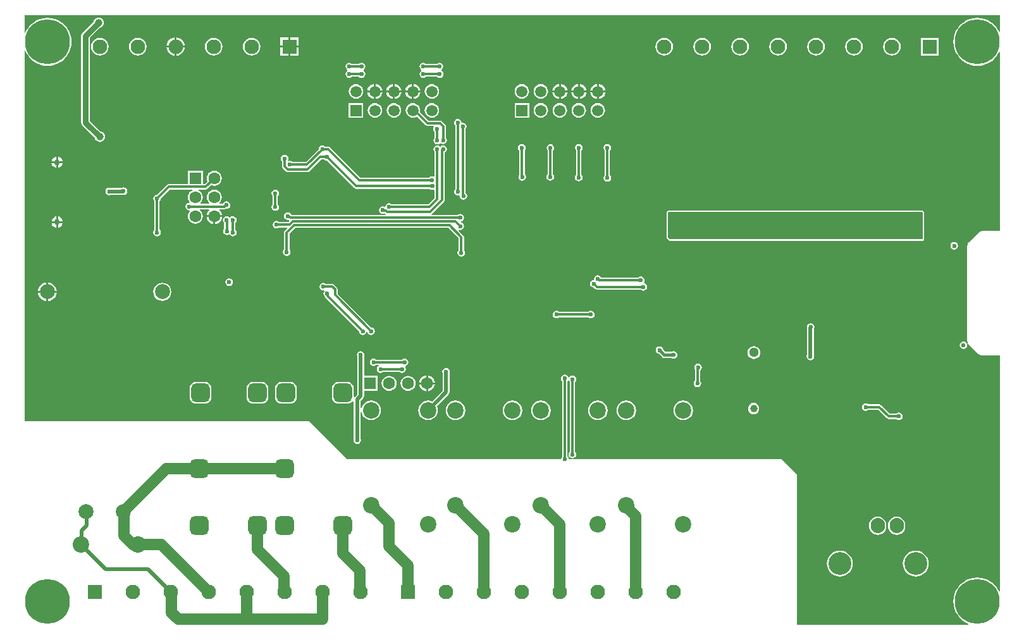
<source format=gbl>
G04*
G04 #@! TF.GenerationSoftware,Altium Limited,Altium Designer,20.0.13 (296)*
G04*
G04 Layer_Physical_Order=2*
G04 Layer_Color=16711680*
%FSAX24Y24*%
%MOIN*%
G70*
G01*
G75*
%ADD13C,0.0118*%
%ADD16C,0.0236*%
%ADD20C,0.0197*%
%ADD108C,0.0300*%
%ADD117C,0.0295*%
%ADD118C,0.0157*%
%ADD121C,0.0591*%
%ADD122C,0.1200*%
%ADD123O,0.0750X0.0800*%
%ADD124C,0.0866*%
%ADD125C,0.0768*%
%ADD126R,0.0768X0.0768*%
%ADD127C,0.0598*%
%ADD128R,0.0598X0.0598*%
%ADD129C,0.0512*%
%ADD130C,0.0394*%
%ADD131C,0.0787*%
G04:AMPARAMS|DCode=132|XSize=98.4mil|YSize=98.4mil|CornerRadius=24.6mil|HoleSize=0mil|Usage=FLASHONLY|Rotation=270.000|XOffset=0mil|YOffset=0mil|HoleType=Round|Shape=RoundedRectangle|*
%AMROUNDEDRECTD132*
21,1,0.0984,0.0492,0,0,270.0*
21,1,0.0492,0.0984,0,0,270.0*
1,1,0.0492,-0.0246,-0.0246*
1,1,0.0492,-0.0246,0.0246*
1,1,0.0492,0.0246,0.0246*
1,1,0.0492,0.0246,-0.0246*
%
%ADD132ROUNDEDRECTD132*%
%ADD133R,0.0630X0.0630*%
%ADD134C,0.0630*%
%ADD135R,0.0630X0.0630*%
%ADD136C,0.2362*%
G36*
X051691Y031546D02*
X051642Y031536D01*
X051626Y031574D01*
X051522Y031743D01*
X051394Y031894D01*
X051243Y032022D01*
X051074Y032126D01*
X050891Y032202D01*
X050698Y032248D01*
X050500Y032264D01*
X050302Y032248D01*
X050109Y032202D01*
X049926Y032126D01*
X049757Y032022D01*
X049606Y031894D01*
X049478Y031743D01*
X049374Y031574D01*
X049298Y031391D01*
X049252Y031198D01*
X049236Y031000D01*
X049252Y030802D01*
X049298Y030609D01*
X049374Y030426D01*
X049478Y030257D01*
X049606Y030106D01*
X049757Y029978D01*
X049926Y029874D01*
X050109Y029798D01*
X050302Y029752D01*
X050500Y029736D01*
X050698Y029752D01*
X050891Y029798D01*
X051074Y029874D01*
X051243Y029978D01*
X051394Y030106D01*
X051522Y030257D01*
X051626Y030426D01*
X051642Y030464D01*
X051691Y030454D01*
Y021028D01*
X050750D01*
X050678Y021019D01*
X050611Y020991D01*
X050553Y020947D01*
X050053Y020447D01*
X050009Y020389D01*
X049981Y020322D01*
X049972Y020250D01*
Y015250D01*
X049981Y015178D01*
X050009Y015111D01*
X050053Y015053D01*
X050553Y014553D01*
X050611Y014509D01*
X050678Y014482D01*
X050750Y014472D01*
X051691D01*
Y002046D01*
X051642Y002036D01*
X051626Y002074D01*
X051522Y002243D01*
X051394Y002394D01*
X051243Y002522D01*
X051074Y002626D01*
X050891Y002702D01*
X050698Y002748D01*
X050500Y002764D01*
X050302Y002748D01*
X050109Y002702D01*
X049926Y002626D01*
X049757Y002522D01*
X049606Y002394D01*
X049478Y002243D01*
X049374Y002074D01*
X049298Y001891D01*
X049252Y001698D01*
X049236Y001500D01*
X049252Y001302D01*
X049298Y001109D01*
X049374Y000926D01*
X049478Y000757D01*
X049606Y000606D01*
X049757Y000478D01*
X049926Y000374D01*
X050037Y000328D01*
X050027Y000278D01*
X041000D01*
Y008197D01*
X040197Y009000D01*
X028975D01*
X028972Y009004D01*
X028957Y009081D01*
X028913Y009146D01*
X028902Y009153D01*
Y013114D01*
X028926Y013137D01*
X028937Y013139D01*
X028983Y013132D01*
X029019Y013079D01*
X029020Y013078D01*
Y009393D01*
X029019Y009392D01*
X028975Y009327D01*
X028960Y009250D01*
X028975Y009173D01*
X029019Y009108D01*
X029084Y009065D01*
X029161Y009049D01*
X029237Y009065D01*
X029302Y009108D01*
X029346Y009173D01*
X029361Y009250D01*
X029346Y009327D01*
X029302Y009392D01*
X029301Y009393D01*
Y013078D01*
X029302Y013079D01*
X029346Y013144D01*
X029361Y013220D01*
X029346Y013297D01*
X029302Y013362D01*
X029237Y013406D01*
X029161Y013421D01*
X029084Y013406D01*
X029019Y013362D01*
X028990Y013320D01*
X028937Y013331D01*
X028937Y013333D01*
X028893Y013398D01*
X028828Y013441D01*
X028752Y013457D01*
X028675Y013441D01*
X028610Y013398D01*
X028566Y013333D01*
X028551Y013256D01*
X028566Y013179D01*
X028610Y013114D01*
X028621Y013106D01*
Y009133D01*
X028586Y009081D01*
X028571Y009004D01*
X028567Y009000D01*
X017309D01*
X015309Y011000D01*
X000278D01*
Y030527D01*
X000328Y030537D01*
X000374Y030426D01*
X000478Y030257D01*
X000606Y030106D01*
X000757Y029978D01*
X000926Y029874D01*
X001109Y029798D01*
X001302Y029752D01*
X001500Y029736D01*
X001698Y029752D01*
X001891Y029798D01*
X002074Y029874D01*
X002243Y029978D01*
X002394Y030106D01*
X002522Y030257D01*
X002626Y030426D01*
X002702Y030609D01*
X002748Y030802D01*
X002764Y031000D01*
X002748Y031198D01*
X002702Y031391D01*
X002626Y031574D01*
X002522Y031743D01*
X002394Y031894D01*
X002243Y032022D01*
X002074Y032126D01*
X001891Y032202D01*
X001698Y032248D01*
X001500Y032264D01*
X001302Y032248D01*
X001109Y032202D01*
X000926Y032126D01*
X000757Y032022D01*
X000606Y031894D01*
X000478Y031743D01*
X000374Y031574D01*
X000328Y031463D01*
X000278Y031473D01*
Y032399D01*
X051691D01*
Y031546D01*
D02*
G37*
%LPC*%
G36*
X014734Y031234D02*
X014300D01*
Y030800D01*
X014734D01*
Y031234D01*
D02*
G37*
G36*
X014200D02*
X013766D01*
Y030800D01*
X014200D01*
Y031234D01*
D02*
G37*
G36*
X008300Y031231D02*
Y030800D01*
X008731D01*
X008721Y030876D01*
X008673Y030994D01*
X008595Y031095D01*
X008494Y031173D01*
X008376Y031221D01*
X008300Y031231D01*
D02*
G37*
G36*
X008200Y031231D02*
X008124Y031221D01*
X008006Y031173D01*
X007905Y031095D01*
X007827Y030994D01*
X007779Y030876D01*
X007769Y030800D01*
X008200D01*
Y031231D01*
D02*
G37*
G36*
X048463Y031213D02*
X047537D01*
Y030287D01*
X048463D01*
Y031213D01*
D02*
G37*
G36*
X046000Y031217D02*
X045879Y031201D01*
X045767Y031154D01*
X045670Y031080D01*
X045596Y030983D01*
X045549Y030871D01*
X045533Y030750D01*
X045549Y030629D01*
X045596Y030517D01*
X045670Y030420D01*
X045767Y030346D01*
X045879Y030299D01*
X046000Y030283D01*
X046121Y030299D01*
X046233Y030346D01*
X046330Y030420D01*
X046404Y030517D01*
X046451Y030629D01*
X046467Y030750D01*
X046451Y030871D01*
X046404Y030983D01*
X046330Y031080D01*
X046233Y031154D01*
X046121Y031201D01*
X046000Y031217D01*
D02*
G37*
G36*
X044000D02*
X043879Y031201D01*
X043767Y031154D01*
X043670Y031080D01*
X043596Y030983D01*
X043549Y030871D01*
X043533Y030750D01*
X043549Y030629D01*
X043596Y030517D01*
X043670Y030420D01*
X043767Y030346D01*
X043879Y030299D01*
X044000Y030283D01*
X044121Y030299D01*
X044233Y030346D01*
X044330Y030420D01*
X044404Y030517D01*
X044451Y030629D01*
X044467Y030750D01*
X044451Y030871D01*
X044404Y030983D01*
X044330Y031080D01*
X044233Y031154D01*
X044121Y031201D01*
X044000Y031217D01*
D02*
G37*
G36*
X042000D02*
X041879Y031201D01*
X041767Y031154D01*
X041670Y031080D01*
X041596Y030983D01*
X041549Y030871D01*
X041533Y030750D01*
X041549Y030629D01*
X041596Y030517D01*
X041670Y030420D01*
X041767Y030346D01*
X041879Y030299D01*
X042000Y030283D01*
X042121Y030299D01*
X042233Y030346D01*
X042330Y030420D01*
X042404Y030517D01*
X042451Y030629D01*
X042467Y030750D01*
X042451Y030871D01*
X042404Y030983D01*
X042330Y031080D01*
X042233Y031154D01*
X042121Y031201D01*
X042000Y031217D01*
D02*
G37*
G36*
X040000D02*
X039879Y031201D01*
X039767Y031154D01*
X039670Y031080D01*
X039596Y030983D01*
X039549Y030871D01*
X039533Y030750D01*
X039549Y030629D01*
X039596Y030517D01*
X039670Y030420D01*
X039767Y030346D01*
X039879Y030299D01*
X040000Y030283D01*
X040121Y030299D01*
X040233Y030346D01*
X040330Y030420D01*
X040404Y030517D01*
X040451Y030629D01*
X040467Y030750D01*
X040451Y030871D01*
X040404Y030983D01*
X040330Y031080D01*
X040233Y031154D01*
X040121Y031201D01*
X040000Y031217D01*
D02*
G37*
G36*
X038000D02*
X037879Y031201D01*
X037767Y031154D01*
X037670Y031080D01*
X037596Y030983D01*
X037549Y030871D01*
X037533Y030750D01*
X037549Y030629D01*
X037596Y030517D01*
X037670Y030420D01*
X037767Y030346D01*
X037879Y030299D01*
X038000Y030283D01*
X038121Y030299D01*
X038233Y030346D01*
X038330Y030420D01*
X038404Y030517D01*
X038451Y030629D01*
X038467Y030750D01*
X038451Y030871D01*
X038404Y030983D01*
X038330Y031080D01*
X038233Y031154D01*
X038121Y031201D01*
X038000Y031217D01*
D02*
G37*
G36*
X036000D02*
X035879Y031201D01*
X035767Y031154D01*
X035670Y031080D01*
X035596Y030983D01*
X035549Y030871D01*
X035533Y030750D01*
X035549Y030629D01*
X035596Y030517D01*
X035670Y030420D01*
X035767Y030346D01*
X035879Y030299D01*
X036000Y030283D01*
X036121Y030299D01*
X036233Y030346D01*
X036330Y030420D01*
X036404Y030517D01*
X036451Y030629D01*
X036467Y030750D01*
X036451Y030871D01*
X036404Y030983D01*
X036330Y031080D01*
X036233Y031154D01*
X036121Y031201D01*
X036000Y031217D01*
D02*
G37*
G36*
X034000D02*
X033879Y031201D01*
X033767Y031154D01*
X033670Y031080D01*
X033596Y030983D01*
X033549Y030871D01*
X033533Y030750D01*
X033549Y030629D01*
X033596Y030517D01*
X033670Y030420D01*
X033767Y030346D01*
X033879Y030299D01*
X034000Y030283D01*
X034121Y030299D01*
X034233Y030346D01*
X034330Y030420D01*
X034404Y030517D01*
X034451Y030629D01*
X034467Y030750D01*
X034451Y030871D01*
X034404Y030983D01*
X034330Y031080D01*
X034233Y031154D01*
X034121Y031201D01*
X034000Y031217D01*
D02*
G37*
G36*
X012250D02*
X012129Y031201D01*
X012017Y031154D01*
X011920Y031080D01*
X011846Y030983D01*
X011799Y030871D01*
X011783Y030750D01*
X011799Y030629D01*
X011846Y030517D01*
X011920Y030420D01*
X012017Y030346D01*
X012129Y030299D01*
X012250Y030283D01*
X012371Y030299D01*
X012483Y030346D01*
X012580Y030420D01*
X012654Y030517D01*
X012701Y030629D01*
X012717Y030750D01*
X012701Y030871D01*
X012654Y030983D01*
X012580Y031080D01*
X012483Y031154D01*
X012371Y031201D01*
X012250Y031217D01*
D02*
G37*
G36*
X010250D02*
X010129Y031201D01*
X010017Y031154D01*
X009920Y031080D01*
X009846Y030983D01*
X009799Y030871D01*
X009783Y030750D01*
X009799Y030629D01*
X009846Y030517D01*
X009920Y030420D01*
X010017Y030346D01*
X010129Y030299D01*
X010250Y030283D01*
X010371Y030299D01*
X010483Y030346D01*
X010580Y030420D01*
X010654Y030517D01*
X010701Y030629D01*
X010717Y030750D01*
X010701Y030871D01*
X010654Y030983D01*
X010580Y031080D01*
X010483Y031154D01*
X010371Y031201D01*
X010250Y031217D01*
D02*
G37*
G36*
X006250D02*
X006129Y031201D01*
X006017Y031154D01*
X005920Y031080D01*
X005846Y030983D01*
X005799Y030871D01*
X005783Y030750D01*
X005799Y030629D01*
X005846Y030517D01*
X005920Y030420D01*
X006017Y030346D01*
X006129Y030299D01*
X006250Y030283D01*
X006371Y030299D01*
X006483Y030346D01*
X006580Y030420D01*
X006654Y030517D01*
X006701Y030629D01*
X006717Y030750D01*
X006701Y030871D01*
X006654Y030983D01*
X006580Y031080D01*
X006483Y031154D01*
X006371Y031201D01*
X006250Y031217D01*
D02*
G37*
G36*
X004250D02*
X004129Y031201D01*
X004017Y031154D01*
X003920Y031080D01*
X003846Y030983D01*
X003799Y030871D01*
X003783Y030750D01*
X003799Y030629D01*
X003846Y030517D01*
X003920Y030420D01*
X004017Y030346D01*
X004129Y030299D01*
X004250Y030283D01*
X004371Y030299D01*
X004483Y030346D01*
X004580Y030420D01*
X004654Y030517D01*
X004701Y030629D01*
X004717Y030750D01*
X004701Y030871D01*
X004654Y030983D01*
X004580Y031080D01*
X004483Y031154D01*
X004371Y031201D01*
X004250Y031217D01*
D02*
G37*
G36*
X008731Y030700D02*
X008300D01*
Y030269D01*
X008376Y030279D01*
X008494Y030327D01*
X008595Y030405D01*
X008673Y030506D01*
X008721Y030624D01*
X008731Y030700D01*
D02*
G37*
G36*
X008200D02*
X007769D01*
X007779Y030624D01*
X007827Y030506D01*
X007905Y030405D01*
X008006Y030327D01*
X008124Y030279D01*
X008200Y030269D01*
Y030700D01*
D02*
G37*
G36*
X014734Y030700D02*
X014300D01*
Y030266D01*
X014734D01*
Y030700D01*
D02*
G37*
G36*
X014200D02*
X013766D01*
Y030266D01*
X014200D01*
Y030700D01*
D02*
G37*
G36*
X022154Y029901D02*
X022077Y029885D01*
X022012Y029842D01*
X022011Y029841D01*
X021443D01*
X021442Y029842D01*
X021377Y029885D01*
X021300Y029901D01*
X021223Y029885D01*
X021158Y029842D01*
X021115Y029777D01*
X021099Y029700D01*
X021115Y029623D01*
X021158Y029558D01*
X021202Y029528D01*
Y029472D01*
X021158Y029442D01*
X021115Y029377D01*
X021099Y029300D01*
X021115Y029223D01*
X021158Y029158D01*
X021223Y029115D01*
X021300Y029099D01*
X021377Y029115D01*
X021442Y029158D01*
X021443Y029160D01*
X022025D01*
X022026Y029158D01*
X022091Y029115D01*
X022168Y029099D01*
X022245Y029115D01*
X022310Y029158D01*
X022353Y029223D01*
X022368Y029300D01*
X022353Y029377D01*
X022310Y029442D01*
X022261Y029475D01*
X022255Y029525D01*
X022257Y029532D01*
X022296Y029558D01*
X022339Y029623D01*
X022355Y029700D01*
X022339Y029777D01*
X022296Y029842D01*
X022231Y029885D01*
X022154Y029901D01*
D02*
G37*
G36*
X018049D02*
X017972Y029885D01*
X017907Y029842D01*
X017906Y029841D01*
X017542D01*
X017541Y029842D01*
X017476Y029885D01*
X017399Y029901D01*
X017322Y029885D01*
X017257Y029842D01*
X017214Y029777D01*
X017198Y029700D01*
X017214Y029623D01*
X017257Y029558D01*
X017302Y029528D01*
Y029472D01*
X017257Y029442D01*
X017214Y029377D01*
X017198Y029300D01*
X017214Y029223D01*
X017257Y029158D01*
X017322Y029115D01*
X017399Y029099D01*
X017476Y029115D01*
X017541Y029158D01*
X017542Y029160D01*
X017906D01*
X017907Y029158D01*
X017972Y029115D01*
X018049Y029099D01*
X018126Y029115D01*
X018191Y029158D01*
X018235Y029223D01*
X018250Y029300D01*
X018235Y029377D01*
X018191Y029442D01*
X018147Y029472D01*
Y029528D01*
X018191Y029558D01*
X018235Y029623D01*
X018250Y029700D01*
X018235Y029777D01*
X018191Y029842D01*
X018126Y029885D01*
X018049Y029901D01*
D02*
G37*
G36*
X020800Y028784D02*
Y028438D01*
X021146D01*
X021139Y028492D01*
X021099Y028589D01*
X021035Y028673D01*
X020951Y028737D01*
X020854Y028777D01*
X020800Y028784D01*
D02*
G37*
G36*
X030550D02*
Y028438D01*
X030896D01*
X030889Y028492D01*
X030849Y028589D01*
X030785Y028673D01*
X030701Y028737D01*
X030604Y028777D01*
X030550Y028784D01*
D02*
G37*
G36*
X029550D02*
Y028438D01*
X029896D01*
X029889Y028492D01*
X029849Y028589D01*
X029785Y028673D01*
X029701Y028737D01*
X029604Y028777D01*
X029550Y028784D01*
D02*
G37*
G36*
X018800D02*
Y028438D01*
X019146D01*
X019139Y028492D01*
X019099Y028589D01*
X019035Y028673D01*
X018951Y028737D01*
X018854Y028777D01*
X018800Y028784D01*
D02*
G37*
G36*
X028550D02*
Y028438D01*
X028896D01*
X028889Y028492D01*
X028849Y028589D01*
X028785Y028673D01*
X028701Y028737D01*
X028604Y028777D01*
X028550Y028784D01*
D02*
G37*
G36*
X019800D02*
Y028438D01*
X020146D01*
X020139Y028492D01*
X020099Y028589D01*
X020035Y028673D01*
X019951Y028737D01*
X019854Y028777D01*
X019800Y028784D01*
D02*
G37*
G36*
X020700Y028784D02*
X020646Y028777D01*
X020549Y028737D01*
X020465Y028673D01*
X020401Y028589D01*
X020361Y028492D01*
X020354Y028438D01*
X020700D01*
Y028784D01*
D02*
G37*
G36*
X030450D02*
X030396Y028777D01*
X030299Y028737D01*
X030215Y028673D01*
X030151Y028589D01*
X030111Y028492D01*
X030104Y028438D01*
X030450D01*
Y028784D01*
D02*
G37*
G36*
X029450D02*
X029396Y028777D01*
X029299Y028737D01*
X029215Y028673D01*
X029151Y028589D01*
X029111Y028492D01*
X029104Y028438D01*
X029450D01*
Y028784D01*
D02*
G37*
G36*
X018700D02*
X018646Y028777D01*
X018549Y028737D01*
X018465Y028673D01*
X018401Y028589D01*
X018361Y028492D01*
X018354Y028438D01*
X018700D01*
Y028784D01*
D02*
G37*
G36*
X028450D02*
X028396Y028777D01*
X028299Y028737D01*
X028215Y028673D01*
X028151Y028589D01*
X028111Y028492D01*
X028104Y028438D01*
X028450D01*
Y028784D01*
D02*
G37*
G36*
X019700D02*
X019646Y028777D01*
X019549Y028737D01*
X019465Y028673D01*
X019401Y028589D01*
X019361Y028492D01*
X019354Y028438D01*
X019700D01*
Y028784D01*
D02*
G37*
G36*
X027500Y028769D02*
X027401Y028756D01*
X027309Y028718D01*
X027230Y028657D01*
X027170Y028578D01*
X027132Y028486D01*
X027119Y028388D01*
X027132Y028289D01*
X027170Y028197D01*
X027230Y028118D01*
X027309Y028058D01*
X027401Y028020D01*
X027500Y028007D01*
X027599Y028020D01*
X027691Y028058D01*
X027770Y028118D01*
X027830Y028197D01*
X027868Y028289D01*
X027881Y028388D01*
X027868Y028486D01*
X027830Y028578D01*
X027770Y028657D01*
X027691Y028718D01*
X027599Y028756D01*
X027500Y028769D01*
D02*
G37*
G36*
X026500D02*
X026401Y028756D01*
X026309Y028718D01*
X026230Y028657D01*
X026170Y028578D01*
X026132Y028486D01*
X026119Y028388D01*
X026132Y028289D01*
X026170Y028197D01*
X026230Y028118D01*
X026309Y028058D01*
X026401Y028020D01*
X026500Y028007D01*
X026599Y028020D01*
X026691Y028058D01*
X026770Y028118D01*
X026830Y028197D01*
X026868Y028289D01*
X026881Y028388D01*
X026868Y028486D01*
X026830Y028578D01*
X026770Y028657D01*
X026691Y028718D01*
X026599Y028756D01*
X026500Y028769D01*
D02*
G37*
G36*
X021750D02*
X021651Y028756D01*
X021559Y028718D01*
X021480Y028657D01*
X021420Y028578D01*
X021382Y028486D01*
X021369Y028388D01*
X021382Y028289D01*
X021420Y028197D01*
X021480Y028118D01*
X021559Y028058D01*
X021651Y028020D01*
X021750Y028007D01*
X021849Y028020D01*
X021941Y028058D01*
X022020Y028118D01*
X022080Y028197D01*
X022118Y028289D01*
X022131Y028388D01*
X022118Y028486D01*
X022080Y028578D01*
X022020Y028657D01*
X021941Y028718D01*
X021849Y028756D01*
X021750Y028769D01*
D02*
G37*
G36*
X017750D02*
X017651Y028756D01*
X017559Y028718D01*
X017480Y028657D01*
X017420Y028578D01*
X017382Y028486D01*
X017369Y028388D01*
X017382Y028289D01*
X017420Y028197D01*
X017480Y028118D01*
X017559Y028058D01*
X017651Y028020D01*
X017750Y028007D01*
X017849Y028020D01*
X017941Y028058D01*
X018020Y028118D01*
X018080Y028197D01*
X018118Y028289D01*
X018131Y028388D01*
X018118Y028486D01*
X018080Y028578D01*
X018020Y028657D01*
X017941Y028718D01*
X017849Y028756D01*
X017750Y028769D01*
D02*
G37*
G36*
X030896Y028338D02*
X030550D01*
Y027992D01*
X030604Y027999D01*
X030701Y028039D01*
X030785Y028103D01*
X030849Y028186D01*
X030889Y028284D01*
X030896Y028338D01*
D02*
G37*
G36*
X029896D02*
X029550D01*
Y027992D01*
X029604Y027999D01*
X029701Y028039D01*
X029785Y028103D01*
X029849Y028186D01*
X029889Y028284D01*
X029896Y028338D01*
D02*
G37*
G36*
X028896D02*
X028550D01*
Y027992D01*
X028604Y027999D01*
X028701Y028039D01*
X028785Y028103D01*
X028849Y028186D01*
X028889Y028284D01*
X028896Y028338D01*
D02*
G37*
G36*
X021146D02*
X020800D01*
Y027992D01*
X020854Y027999D01*
X020951Y028039D01*
X021035Y028103D01*
X021099Y028186D01*
X021139Y028284D01*
X021146Y028338D01*
D02*
G37*
G36*
X020146D02*
X019800D01*
Y027992D01*
X019854Y027999D01*
X019951Y028039D01*
X020035Y028103D01*
X020099Y028186D01*
X020139Y028284D01*
X020146Y028338D01*
D02*
G37*
G36*
X019146D02*
X018800D01*
Y027992D01*
X018854Y027999D01*
X018951Y028039D01*
X019035Y028103D01*
X019099Y028186D01*
X019139Y028284D01*
X019146Y028338D01*
D02*
G37*
G36*
X030450D02*
X030104D01*
X030111Y028284D01*
X030151Y028186D01*
X030215Y028103D01*
X030299Y028039D01*
X030396Y027999D01*
X030450Y027992D01*
Y028338D01*
D02*
G37*
G36*
X029450D02*
X029104D01*
X029111Y028284D01*
X029151Y028186D01*
X029215Y028103D01*
X029299Y028039D01*
X029396Y027999D01*
X029450Y027992D01*
Y028338D01*
D02*
G37*
G36*
X028450D02*
X028104D01*
X028111Y028284D01*
X028151Y028186D01*
X028215Y028103D01*
X028299Y028039D01*
X028396Y027999D01*
X028450Y027992D01*
Y028338D01*
D02*
G37*
G36*
X020700D02*
X020354D01*
X020361Y028284D01*
X020401Y028186D01*
X020465Y028103D01*
X020549Y028039D01*
X020646Y027999D01*
X020700Y027992D01*
Y028338D01*
D02*
G37*
G36*
X019700D02*
X019354D01*
X019361Y028284D01*
X019401Y028186D01*
X019465Y028103D01*
X019549Y028039D01*
X019646Y027999D01*
X019700Y027992D01*
Y028338D01*
D02*
G37*
G36*
X018700D02*
X018354D01*
X018361Y028284D01*
X018401Y028186D01*
X018465Y028103D01*
X018549Y028039D01*
X018646Y027999D01*
X018700Y027992D01*
Y028338D01*
D02*
G37*
G36*
X026878Y027766D02*
X026122D01*
Y027010D01*
X026878D01*
Y027766D01*
D02*
G37*
G36*
X018128D02*
X017372D01*
Y027010D01*
X018128D01*
Y027766D01*
D02*
G37*
G36*
X030500Y027769D02*
X030401Y027756D01*
X030309Y027718D01*
X030230Y027657D01*
X030170Y027578D01*
X030132Y027486D01*
X030119Y027388D01*
X030132Y027289D01*
X030170Y027197D01*
X030230Y027118D01*
X030309Y027058D01*
X030401Y027020D01*
X030500Y027007D01*
X030599Y027020D01*
X030691Y027058D01*
X030770Y027118D01*
X030830Y027197D01*
X030868Y027289D01*
X030881Y027388D01*
X030868Y027486D01*
X030830Y027578D01*
X030770Y027657D01*
X030691Y027718D01*
X030599Y027756D01*
X030500Y027769D01*
D02*
G37*
G36*
X029500D02*
X029401Y027756D01*
X029309Y027718D01*
X029230Y027657D01*
X029170Y027578D01*
X029132Y027486D01*
X029119Y027388D01*
X029132Y027289D01*
X029170Y027197D01*
X029230Y027118D01*
X029309Y027058D01*
X029401Y027020D01*
X029500Y027007D01*
X029599Y027020D01*
X029691Y027058D01*
X029770Y027118D01*
X029830Y027197D01*
X029868Y027289D01*
X029881Y027388D01*
X029868Y027486D01*
X029830Y027578D01*
X029770Y027657D01*
X029691Y027718D01*
X029599Y027756D01*
X029500Y027769D01*
D02*
G37*
G36*
X028500D02*
X028401Y027756D01*
X028309Y027718D01*
X028230Y027657D01*
X028170Y027578D01*
X028132Y027486D01*
X028119Y027388D01*
X028132Y027289D01*
X028170Y027197D01*
X028230Y027118D01*
X028309Y027058D01*
X028401Y027020D01*
X028500Y027007D01*
X028599Y027020D01*
X028691Y027058D01*
X028770Y027118D01*
X028830Y027197D01*
X028868Y027289D01*
X028881Y027388D01*
X028868Y027486D01*
X028830Y027578D01*
X028770Y027657D01*
X028691Y027718D01*
X028599Y027756D01*
X028500Y027769D01*
D02*
G37*
G36*
X027500D02*
X027401Y027756D01*
X027309Y027718D01*
X027230Y027657D01*
X027170Y027578D01*
X027132Y027486D01*
X027119Y027388D01*
X027132Y027289D01*
X027170Y027197D01*
X027230Y027118D01*
X027309Y027058D01*
X027401Y027020D01*
X027500Y027007D01*
X027599Y027020D01*
X027691Y027058D01*
X027770Y027118D01*
X027830Y027197D01*
X027868Y027289D01*
X027881Y027388D01*
X027868Y027486D01*
X027830Y027578D01*
X027770Y027657D01*
X027691Y027718D01*
X027599Y027756D01*
X027500Y027769D01*
D02*
G37*
G36*
X021750D02*
X021651Y027756D01*
X021559Y027718D01*
X021480Y027657D01*
X021420Y027578D01*
X021382Y027486D01*
X021369Y027388D01*
X021382Y027289D01*
X021420Y027197D01*
X021480Y027118D01*
X021559Y027058D01*
X021651Y027020D01*
X021750Y027007D01*
X021849Y027020D01*
X021941Y027058D01*
X022020Y027118D01*
X022080Y027197D01*
X022118Y027289D01*
X022131Y027388D01*
X022118Y027486D01*
X022080Y027578D01*
X022020Y027657D01*
X021941Y027718D01*
X021849Y027756D01*
X021750Y027769D01*
D02*
G37*
G36*
X019750D02*
X019651Y027756D01*
X019559Y027718D01*
X019480Y027657D01*
X019420Y027578D01*
X019382Y027486D01*
X019369Y027388D01*
X019382Y027289D01*
X019420Y027197D01*
X019480Y027118D01*
X019559Y027058D01*
X019651Y027020D01*
X019750Y027007D01*
X019849Y027020D01*
X019941Y027058D01*
X020020Y027118D01*
X020080Y027197D01*
X020118Y027289D01*
X020131Y027388D01*
X020118Y027486D01*
X020080Y027578D01*
X020020Y027657D01*
X019941Y027718D01*
X019849Y027756D01*
X019750Y027769D01*
D02*
G37*
G36*
X018750D02*
X018651Y027756D01*
X018559Y027718D01*
X018480Y027657D01*
X018420Y027578D01*
X018382Y027486D01*
X018369Y027388D01*
X018382Y027289D01*
X018420Y027197D01*
X018480Y027118D01*
X018559Y027058D01*
X018651Y027020D01*
X018750Y027007D01*
X018849Y027020D01*
X018941Y027058D01*
X019020Y027118D01*
X019080Y027197D01*
X019118Y027289D01*
X019131Y027388D01*
X019118Y027486D01*
X019080Y027578D01*
X019020Y027657D01*
X018941Y027718D01*
X018849Y027756D01*
X018750Y027769D01*
D02*
G37*
G36*
X004182Y032278D02*
X004110Y032269D01*
X004043Y032241D01*
X003985Y032197D01*
X003941Y032139D01*
X003913Y032072D01*
X003911Y032056D01*
X003337Y031481D01*
X003287Y031406D01*
X003269Y031318D01*
Y026750D01*
X003287Y026662D01*
X003337Y026587D01*
X003979Y025944D01*
X003981Y025928D01*
X004009Y025861D01*
X004053Y025803D01*
X004111Y025759D01*
X004178Y025731D01*
X004250Y025722D01*
X004322Y025731D01*
X004389Y025759D01*
X004447Y025803D01*
X004491Y025861D01*
X004518Y025928D01*
X004528Y026000D01*
X004518Y026072D01*
X004491Y026139D01*
X004447Y026197D01*
X004389Y026241D01*
X004322Y026268D01*
X004306Y026271D01*
X003731Y026846D01*
Y031222D01*
X004238Y031729D01*
X004254Y031732D01*
X004321Y031759D01*
X004378Y031803D01*
X004423Y031861D01*
X004450Y031928D01*
X004460Y032000D01*
X004450Y032072D01*
X004423Y032139D01*
X004378Y032197D01*
X004321Y032241D01*
X004254Y032269D01*
X004182Y032278D01*
D02*
G37*
G36*
X020750Y027769D02*
X020651Y027756D01*
X020559Y027718D01*
X020480Y027657D01*
X020420Y027578D01*
X020382Y027486D01*
X020369Y027388D01*
X020382Y027289D01*
X020420Y027197D01*
X020480Y027118D01*
X020559Y027058D01*
X020651Y027020D01*
X020750Y027007D01*
X020849Y027020D01*
X020941Y027058D01*
X020964Y027076D01*
X021439Y026601D01*
X021485Y026570D01*
X021538Y026560D01*
X021822D01*
X021849Y026509D01*
X021836Y026491D01*
X021821Y026414D01*
X021836Y026337D01*
X021880Y026272D01*
X021889Y026266D01*
Y025933D01*
X021851Y025877D01*
X021836Y025800D01*
X021851Y025723D01*
X021894Y025658D01*
X021960Y025615D01*
X022036Y025599D01*
X022113Y025615D01*
X022178Y025658D01*
X022229Y025654D01*
X022274Y025623D01*
X022351Y025608D01*
X022428Y025623D01*
X022493Y025667D01*
X022537Y025732D01*
X022552Y025809D01*
X022537Y025886D01*
X022493Y025951D01*
X022492Y025952D01*
Y026531D01*
X022481Y026585D01*
X022451Y026630D01*
X022281Y026799D01*
X022236Y026830D01*
X022182Y026841D01*
X021597D01*
X021122Y027315D01*
X021131Y027388D01*
X021118Y027486D01*
X021080Y027578D01*
X021020Y027657D01*
X020941Y027718D01*
X020849Y027756D01*
X020750Y027769D01*
D02*
G37*
G36*
X022351Y025541D02*
X022275Y025526D01*
X022209Y025482D01*
X022178D01*
X022113Y025526D01*
X022036Y025541D01*
X021960Y025526D01*
X021894Y025482D01*
X021851Y025417D01*
X021836Y025341D01*
X021851Y025264D01*
X021894Y025199D01*
X021896Y025198D01*
Y023915D01*
X021852Y023892D01*
X021841Y023899D01*
X021764Y023914D01*
X021687Y023899D01*
X021622Y023856D01*
X021621Y023854D01*
X017978D01*
X016393Y025440D01*
X016347Y025470D01*
X016293Y025481D01*
X016123D01*
X016123Y025482D01*
X016057Y025526D01*
X015981Y025541D01*
X015904Y025526D01*
X015839Y025482D01*
X015795Y025417D01*
X015780Y025341D01*
X015780Y025339D01*
X015110Y024668D01*
X014413D01*
X014412Y024670D01*
X014347Y024713D01*
X014270Y024729D01*
X014196Y024714D01*
X014188Y024720D01*
X014161Y024752D01*
X014178Y024777D01*
X014194Y024854D01*
X014178Y024931D01*
X014135Y024996D01*
X014070Y025040D01*
X013993Y025055D01*
X013916Y025040D01*
X013851Y024996D01*
X013807Y024931D01*
X013792Y024854D01*
X013807Y024777D01*
X013851Y024712D01*
X013852Y024711D01*
Y024443D01*
X013863Y024390D01*
X013893Y024344D01*
X014065Y024173D01*
X014110Y024142D01*
X014164Y024132D01*
X015190D01*
X015244Y024142D01*
X015290Y024173D01*
X015913Y024796D01*
X016082D01*
X016082Y024795D01*
X016148Y024751D01*
X016224Y024736D01*
X016226Y024736D01*
X017668Y023294D01*
X017714Y023264D01*
X017768Y023253D01*
X021635D01*
X021636Y023252D01*
X021701Y023208D01*
X021778Y023193D01*
X021846Y023206D01*
X021896Y023180D01*
Y022758D01*
X021572Y022434D01*
X019643D01*
X019642Y022435D01*
X019577Y022479D01*
X019500Y022494D01*
X019423Y022479D01*
X019358Y022435D01*
X019315Y022370D01*
X019306Y022325D01*
X019251Y022302D01*
X019238Y022310D01*
X019161Y022326D01*
X019084Y022310D01*
X019019Y022267D01*
X018976Y022202D01*
X018960Y022125D01*
X018976Y022048D01*
X019019Y021983D01*
X019084Y021939D01*
X019161Y021924D01*
X019238Y021939D01*
X019271Y021962D01*
X019295Y021938D01*
X019331Y021914D01*
X019326Y021872D01*
X019323Y021864D01*
X014350D01*
X014344Y021892D01*
X014301Y021957D01*
X014236Y022000D01*
X014159Y022016D01*
X014082Y022000D01*
X014017Y021957D01*
X013973Y021892D01*
X013958Y021815D01*
X013973Y021738D01*
X014017Y021673D01*
X014082Y021630D01*
X014159Y021614D01*
X014189Y021620D01*
X014224Y021597D01*
X014232Y021583D01*
X014244Y021545D01*
X014196Y021498D01*
X013706D01*
X013705Y021499D01*
X013640Y021543D01*
X013563Y021558D01*
X013486Y021543D01*
X013421Y021499D01*
X013378Y021434D01*
X013362Y021357D01*
X013378Y021281D01*
X013421Y021215D01*
X013486Y021172D01*
X013563Y021157D01*
X013640Y021172D01*
X013705Y021215D01*
X013706Y021217D01*
X014128D01*
X014147Y021171D01*
X014004Y021027D01*
X013973Y020982D01*
X013963Y020928D01*
Y020057D01*
X013961Y020056D01*
X013918Y019990D01*
X013903Y019914D01*
X013918Y019837D01*
X013961Y019772D01*
X014026Y019728D01*
X014103Y019713D01*
X014180Y019728D01*
X014245Y019772D01*
X014289Y019837D01*
X014304Y019914D01*
X014289Y019990D01*
X014245Y020056D01*
X014244Y020057D01*
Y020870D01*
X014563Y021189D01*
X022636D01*
X023166Y020659D01*
Y020022D01*
X023164Y020021D01*
X023121Y019956D01*
X023106Y019879D01*
X023121Y019802D01*
X023164Y019737D01*
X023229Y019693D01*
X023306Y019678D01*
X023383Y019693D01*
X023448Y019737D01*
X023492Y019802D01*
X023507Y019879D01*
X023492Y019956D01*
X023448Y020021D01*
X023447Y020022D01*
Y020717D01*
X023436Y020771D01*
X023406Y020816D01*
X023175Y021046D01*
X023200Y021093D01*
X023250Y021083D01*
X023327Y021098D01*
X023392Y021141D01*
X023435Y021207D01*
X023451Y021283D01*
X023435Y021360D01*
X023392Y021425D01*
X023327Y021469D01*
X023282Y021478D01*
Y021529D01*
X023327Y021538D01*
X023392Y021581D01*
X023435Y021646D01*
X023451Y021723D01*
X023435Y021800D01*
X023392Y021865D01*
X023327Y021909D01*
X023250Y021924D01*
X023173Y021909D01*
X023108Y021865D01*
X023107Y021864D01*
X021733D01*
X021717Y021914D01*
X021747Y021933D01*
X022399Y022586D01*
X022430Y022631D01*
X022441Y022685D01*
Y025163D01*
X022493Y025199D01*
X022537Y025264D01*
X022552Y025341D01*
X022537Y025417D01*
X022493Y025482D01*
X022428Y025526D01*
X022351Y025541D01*
D02*
G37*
G36*
X002050Y024942D02*
Y024700D01*
X002293D01*
X002289Y024727D01*
X002259Y024799D01*
X002212Y024861D01*
X002150Y024909D01*
X002077Y024939D01*
X002050Y024942D01*
D02*
G37*
G36*
X001950Y024942D02*
X001923Y024939D01*
X001850Y024909D01*
X001788Y024861D01*
X001741Y024799D01*
X001711Y024727D01*
X001707Y024700D01*
X001950D01*
Y024942D01*
D02*
G37*
G36*
Y024600D02*
X001707D01*
X001711Y024572D01*
X001741Y024500D01*
X001788Y024438D01*
X001850Y024390D01*
X001923Y024360D01*
X001950Y024357D01*
Y024600D01*
D02*
G37*
G36*
X002293D02*
X002050D01*
Y024357D01*
X002077Y024360D01*
X002150Y024390D01*
X002212Y024438D01*
X002259Y024500D01*
X002289Y024572D01*
X002293Y024600D01*
D02*
G37*
G36*
X028000Y025608D02*
X027923Y025593D01*
X027858Y025549D01*
X027815Y025484D01*
X027799Y025407D01*
X027815Y025330D01*
X027856Y025269D01*
Y024026D01*
X027851Y024023D01*
X027807Y023957D01*
X027792Y023881D01*
X027807Y023804D01*
X027851Y023739D01*
X027916Y023695D01*
X027993Y023680D01*
X028070Y023695D01*
X028135Y023739D01*
X028178Y023804D01*
X028193Y023881D01*
X028178Y023957D01*
X028137Y024019D01*
Y025262D01*
X028142Y025265D01*
X028185Y025330D01*
X028201Y025407D01*
X028185Y025484D01*
X028142Y025549D01*
X028077Y025593D01*
X028000Y025608D01*
D02*
G37*
G36*
X026493Y025618D02*
X026416Y025602D01*
X026351Y025559D01*
X026307Y025494D01*
X026292Y025417D01*
X026307Y025340D01*
X026351Y025275D01*
X026362Y025268D01*
Y024010D01*
X026327Y023957D01*
X026312Y023881D01*
X026327Y023804D01*
X026370Y023739D01*
X026436Y023695D01*
X026512Y023680D01*
X026589Y023695D01*
X026654Y023739D01*
X026698Y023804D01*
X026713Y023881D01*
X026698Y023957D01*
X026654Y024023D01*
X026643Y024030D01*
Y025288D01*
X026678Y025340D01*
X026693Y025417D01*
X026678Y025494D01*
X026635Y025559D01*
X026570Y025602D01*
X026493Y025618D01*
D02*
G37*
G36*
X029500D02*
X029423Y025602D01*
X029358Y025559D01*
X029315Y025494D01*
X029299Y025417D01*
X029315Y025340D01*
X029356Y025278D01*
Y023994D01*
X029351Y023990D01*
X029307Y023925D01*
X029292Y023848D01*
X029307Y023772D01*
X029351Y023707D01*
X029416Y023663D01*
X029493Y023648D01*
X029570Y023663D01*
X029635Y023707D01*
X029678Y023772D01*
X029693Y023848D01*
X029678Y023925D01*
X029637Y023987D01*
Y025272D01*
X029642Y025275D01*
X029685Y025340D01*
X029701Y025417D01*
X029685Y025494D01*
X029642Y025559D01*
X029577Y025602D01*
X029500Y025618D01*
D02*
G37*
G36*
X031000D02*
X030923Y025602D01*
X030858Y025559D01*
X030815Y025494D01*
X030799Y025417D01*
X030815Y025340D01*
X030858Y025275D01*
X030861Y025273D01*
Y023969D01*
X030818Y023905D01*
X030803Y023828D01*
X030818Y023751D01*
X030862Y023686D01*
X030927Y023643D01*
X031004Y023628D01*
X031081Y023643D01*
X031146Y023686D01*
X031189Y023751D01*
X031205Y023828D01*
X031189Y023905D01*
X031146Y023970D01*
X031142Y023972D01*
Y025276D01*
X031185Y025340D01*
X031201Y025417D01*
X031185Y025494D01*
X031142Y025559D01*
X031077Y025602D01*
X031000Y025618D01*
D02*
G37*
G36*
X010289Y024207D02*
X010187Y024194D01*
X010091Y024154D01*
X010009Y024091D01*
X009945Y024009D01*
X009906Y023913D01*
X009892Y023810D01*
X009906Y023707D01*
X009930Y023649D01*
X009778Y023498D01*
X009683D01*
Y024204D01*
X008896D01*
Y023498D01*
X007881D01*
X007827Y023487D01*
X007782Y023457D01*
X007270Y022945D01*
X007268Y022945D01*
X007191Y022930D01*
X007126Y022886D01*
X007083Y022821D01*
X007067Y022744D01*
X007083Y022667D01*
X007126Y022602D01*
X007128Y022601D01*
Y021097D01*
X007127Y021096D01*
X007083Y021031D01*
X007068Y020954D01*
X007083Y020877D01*
X007127Y020812D01*
X007192Y020769D01*
X007269Y020753D01*
X007346Y020769D01*
X007411Y020812D01*
X007454Y020877D01*
X007470Y020954D01*
X007454Y021031D01*
X007411Y021096D01*
X007409Y021097D01*
Y022602D01*
X007410Y022602D01*
X007453Y022667D01*
X007469Y022744D01*
X007468Y022746D01*
X007939Y023217D01*
X009112D01*
X009122Y023167D01*
X009091Y023154D01*
X009009Y023091D01*
X008945Y023009D01*
X008906Y022913D01*
X008892Y022810D01*
X008906Y022707D01*
X008945Y022611D01*
X008977Y022570D01*
X008977Y022566D01*
X008954Y022518D01*
X008898Y022507D01*
X008832Y022464D01*
X008789Y022399D01*
X008774Y022322D01*
X008789Y022245D01*
X008832Y022180D01*
X008898Y022136D01*
X008970Y022122D01*
X008982Y022104D01*
X008996Y022074D01*
X008945Y022009D01*
X008906Y021913D01*
X008892Y021810D01*
X008906Y021707D01*
X008945Y021611D01*
X009009Y021529D01*
X009091Y021466D01*
X009187Y021426D01*
X009289Y021413D01*
X009392Y021426D01*
X009488Y021466D01*
X009570Y021529D01*
X009633Y021611D01*
X009673Y021707D01*
X009686Y021810D01*
X009673Y021913D01*
X009633Y022009D01*
X009570Y022091D01*
X009517Y022131D01*
X009534Y022181D01*
X010009D01*
X010026Y022131D01*
X009993Y022106D01*
X009927Y022019D01*
X009885Y021918D01*
X009877Y021860D01*
X010289D01*
X010701D01*
X010694Y021918D01*
X010652Y022019D01*
X010585Y022106D01*
X010552Y022131D01*
X010569Y022181D01*
X010831D01*
X010885Y022192D01*
X010894Y022198D01*
X010933Y022191D01*
X011009Y022206D01*
X011075Y022249D01*
X011118Y022314D01*
X011133Y022391D01*
X011118Y022468D01*
X011075Y022533D01*
X011009Y022577D01*
X010933Y022592D01*
X010856Y022577D01*
X010791Y022533D01*
X010747Y022468D01*
X010746Y022462D01*
X010565D01*
X010548Y022512D01*
X010570Y022529D01*
X010633Y022611D01*
X010673Y022707D01*
X010686Y022810D01*
X010673Y022913D01*
X010633Y023009D01*
X010570Y023091D01*
X010488Y023154D01*
X010392Y023194D01*
X010289Y023207D01*
X010187Y023194D01*
X010091Y023154D01*
X010009Y023091D01*
X009945Y023009D01*
X009906Y022913D01*
X009892Y022810D01*
X009906Y022707D01*
X009945Y022611D01*
X010009Y022529D01*
X010031Y022512D01*
X010014Y022462D01*
X009565D01*
X009548Y022512D01*
X009570Y022529D01*
X009633Y022611D01*
X009673Y022707D01*
X009686Y022810D01*
X009673Y022913D01*
X009633Y023009D01*
X009570Y023091D01*
X009488Y023154D01*
X009457Y023167D01*
X009467Y023217D01*
X009837D01*
X009890Y023227D01*
X009936Y023258D01*
X010129Y023450D01*
X010187Y023426D01*
X010289Y023413D01*
X010392Y023426D01*
X010488Y023466D01*
X010570Y023529D01*
X010633Y023611D01*
X010673Y023707D01*
X010686Y023810D01*
X010673Y023913D01*
X010633Y024009D01*
X010570Y024091D01*
X010488Y024154D01*
X010392Y024194D01*
X010289Y024207D01*
D02*
G37*
G36*
X005506Y023326D02*
X005429Y023310D01*
X005414Y023300D01*
X004824D01*
X004750Y023315D01*
X004673Y023300D01*
X004608Y023256D01*
X004565Y023191D01*
X004549Y023114D01*
X004565Y023037D01*
X004608Y022972D01*
X004673Y022929D01*
X004750Y022913D01*
X004827Y022929D01*
X004842Y022939D01*
X005432D01*
X005506Y022924D01*
X005583Y022940D01*
X005648Y022983D01*
X005691Y023048D01*
X005707Y023125D01*
X005691Y023202D01*
X005648Y023267D01*
X005583Y023310D01*
X005506Y023326D01*
D02*
G37*
G36*
X023118Y026945D02*
X023041Y026930D01*
X022976Y026886D01*
X022933Y026821D01*
X022917Y026744D01*
X022933Y026667D01*
X022976Y026602D01*
X022978Y026601D01*
Y023244D01*
X022976Y023243D01*
X022933Y023178D01*
X022917Y023101D01*
X022933Y023024D01*
X022976Y022959D01*
X023041Y022916D01*
X023118Y022900D01*
X023171Y022911D01*
X023213Y022880D01*
X023217Y022873D01*
X023231Y022802D01*
X023275Y022737D01*
X023340Y022693D01*
X023416Y022678D01*
X023493Y022693D01*
X023558Y022737D01*
X023602Y022802D01*
X023617Y022878D01*
X023602Y022955D01*
X023558Y023020D01*
X023522Y023044D01*
Y026393D01*
X023524Y026394D01*
X023567Y026459D01*
X023583Y026535D01*
X023567Y026612D01*
X023524Y026677D01*
X023459Y026721D01*
X023382Y026736D01*
X023364Y026732D01*
X023313Y026773D01*
X023304Y026821D01*
X023260Y026886D01*
X023195Y026930D01*
X023118Y026945D01*
D02*
G37*
G36*
X013500Y023213D02*
X013423Y023198D01*
X013358Y023154D01*
X013315Y023089D01*
X013299Y023012D01*
X013315Y022936D01*
X013358Y022870D01*
X013360Y022870D01*
Y022436D01*
X013358Y022435D01*
X013315Y022370D01*
X013299Y022293D01*
X013315Y022217D01*
X013358Y022152D01*
X013423Y022108D01*
X013500Y022093D01*
X013577Y022108D01*
X013642Y022152D01*
X013685Y022217D01*
X013701Y022293D01*
X013685Y022370D01*
X013642Y022435D01*
X013641Y022436D01*
Y022870D01*
X013642Y022870D01*
X013685Y022936D01*
X013701Y023012D01*
X013685Y023089D01*
X013642Y023154D01*
X013577Y023198D01*
X013500Y023213D01*
D02*
G37*
G36*
X011262Y021813D02*
X011185Y021797D01*
X011128Y021759D01*
X011106Y021754D01*
X011062Y021757D01*
X011009Y021791D01*
X010933Y021807D01*
X010856Y021791D01*
X010791Y021748D01*
X010747Y021683D01*
X010732Y021606D01*
X010747Y021529D01*
X010791Y021464D01*
X010805Y021455D01*
Y021146D01*
X010772Y021097D01*
X010757Y021020D01*
X010772Y020943D01*
X010815Y020878D01*
X010881Y020835D01*
X010957Y020820D01*
X011034Y020835D01*
X011084Y020868D01*
X011123Y020811D01*
X011188Y020767D01*
X011265Y020752D01*
X011342Y020767D01*
X011407Y020811D01*
X011450Y020876D01*
X011466Y020953D01*
X011450Y021029D01*
X011407Y021094D01*
X011404Y021096D01*
Y021470D01*
X011447Y021535D01*
X011463Y021612D01*
X011447Y021689D01*
X011404Y021754D01*
X011339Y021797D01*
X011262Y021813D01*
D02*
G37*
G36*
X002050Y021793D02*
Y021550D01*
X002293D01*
X002289Y021577D01*
X002259Y021650D01*
X002212Y021712D01*
X002150Y021759D01*
X002077Y021789D01*
X002050Y021793D01*
D02*
G37*
G36*
X001950Y021793D02*
X001923Y021789D01*
X001850Y021759D01*
X001788Y021712D01*
X001741Y021650D01*
X001711Y021577D01*
X001707Y021550D01*
X001950D01*
Y021793D01*
D02*
G37*
G36*
X010701Y021760D02*
X010339D01*
Y021398D01*
X010398Y021406D01*
X010499Y021448D01*
X010585Y021514D01*
X010652Y021601D01*
X010694Y021702D01*
X010701Y021760D01*
D02*
G37*
G36*
X010239D02*
X009877D01*
X009885Y021702D01*
X009927Y021601D01*
X009993Y021514D01*
X010080Y021448D01*
X010181Y021406D01*
X010239Y021398D01*
Y021760D01*
D02*
G37*
G36*
X002293Y021450D02*
X002050D01*
Y021207D01*
X002077Y021211D01*
X002150Y021241D01*
X002212Y021288D01*
X002259Y021350D01*
X002289Y021423D01*
X002293Y021450D01*
D02*
G37*
G36*
X001950D02*
X001707D01*
X001711Y021423D01*
X001741Y021350D01*
X001788Y021288D01*
X001850Y021241D01*
X001923Y021211D01*
X001950Y021207D01*
Y021450D01*
D02*
G37*
G36*
X047583Y022113D02*
X034233D01*
X034202Y022107D01*
X034176Y022089D01*
X034143Y022057D01*
X034126Y022031D01*
X034120Y022000D01*
Y020700D01*
X034126Y020669D01*
X034143Y020643D01*
X034143Y020643D01*
X034243Y020543D01*
X034269Y020526D01*
X034300Y020520D01*
X047616D01*
X047647Y020526D01*
X047673Y020543D01*
X047690Y020569D01*
X047696Y020600D01*
Y022000D01*
X047690Y022031D01*
X047673Y022057D01*
X047640Y022089D01*
X047614Y022107D01*
X047583Y022113D01*
D02*
G37*
G36*
X049278Y020451D02*
X049201Y020435D01*
X049136Y020392D01*
X049092Y020327D01*
X049077Y020250D01*
X049092Y020173D01*
X049136Y020108D01*
X049201Y020065D01*
X049278Y020049D01*
X049354Y020065D01*
X049419Y020108D01*
X049463Y020173D01*
X049478Y020250D01*
X049463Y020327D01*
X049419Y020392D01*
X049354Y020435D01*
X049278Y020451D01*
D02*
G37*
G36*
X011071Y018535D02*
X010994Y018520D01*
X010929Y018477D01*
X010885Y018411D01*
X010870Y018335D01*
X010885Y018258D01*
X010929Y018193D01*
X010994Y018149D01*
X011071Y018134D01*
X011147Y018149D01*
X011213Y018193D01*
X011256Y018258D01*
X011271Y018335D01*
X011256Y018411D01*
X011213Y018477D01*
X011147Y018520D01*
X011071Y018535D01*
D02*
G37*
G36*
X030500Y018701D02*
X030423Y018685D01*
X030358Y018642D01*
X030315Y018577D01*
X030299Y018500D01*
X030306Y018468D01*
X030288Y018451D01*
X030212Y018435D01*
X030147Y018392D01*
X030103Y018327D01*
X030088Y018250D01*
X030103Y018173D01*
X030147Y018108D01*
X030212Y018065D01*
X030288Y018049D01*
X030290Y018050D01*
X030352Y017987D01*
X030398Y017957D01*
X030452Y017946D01*
X032753D01*
X032754Y017945D01*
X032819Y017901D01*
X032896Y017886D01*
X032973Y017901D01*
X033038Y017945D01*
X033081Y018010D01*
X033097Y018087D01*
X033081Y018163D01*
X033038Y018229D01*
X032973Y018272D01*
X032946Y018277D01*
X032923Y018333D01*
X032944Y018364D01*
X032959Y018441D01*
X032944Y018518D01*
X032900Y018583D01*
X032835Y018626D01*
X032758Y018642D01*
X032682Y018626D01*
X032617Y018583D01*
X032616Y018581D01*
X030682D01*
X030642Y018642D01*
X030577Y018685D01*
X030500Y018701D01*
D02*
G37*
G36*
X001534Y018316D02*
Y017875D01*
X001976D01*
X001965Y017954D01*
X001916Y018074D01*
X001836Y018177D01*
X001733Y018256D01*
X001613Y018306D01*
X001534Y018316D01*
D02*
G37*
G36*
X001434D02*
X001355Y018306D01*
X001235Y018256D01*
X001132Y018177D01*
X001053Y018074D01*
X001003Y017954D01*
X000993Y017875D01*
X001434D01*
Y018316D01*
D02*
G37*
G36*
X007547Y018301D02*
X007424Y018285D01*
X007309Y018237D01*
X007210Y018162D01*
X007135Y018063D01*
X007087Y017948D01*
X007071Y017825D01*
X007087Y017701D01*
X007135Y017587D01*
X007210Y017488D01*
X007309Y017412D01*
X007424Y017365D01*
X007547Y017348D01*
X007671Y017365D01*
X007786Y017412D01*
X007884Y017488D01*
X007960Y017587D01*
X008008Y017701D01*
X008024Y017825D01*
X008008Y017948D01*
X007960Y018063D01*
X007884Y018162D01*
X007786Y018237D01*
X007671Y018285D01*
X007547Y018301D01*
D02*
G37*
G36*
X001976Y017775D02*
X001534D01*
Y017333D01*
X001613Y017344D01*
X001733Y017394D01*
X001836Y017473D01*
X001916Y017576D01*
X001965Y017696D01*
X001976Y017775D01*
D02*
G37*
G36*
X001434D02*
X000993D01*
X001003Y017696D01*
X001053Y017576D01*
X001132Y017473D01*
X001235Y017394D01*
X001355Y017344D01*
X001434Y017333D01*
Y017775D01*
D02*
G37*
G36*
X030125Y016827D02*
X030048Y016811D01*
X029983Y016768D01*
X029982Y016766D01*
X028466D01*
X028465Y016768D01*
X028400Y016811D01*
X028323Y016827D01*
X028246Y016811D01*
X028181Y016768D01*
X028137Y016703D01*
X028122Y016626D01*
X028137Y016549D01*
X028181Y016484D01*
X028246Y016441D01*
X028323Y016425D01*
X028400Y016441D01*
X028465Y016484D01*
X028466Y016485D01*
X029982D01*
X029983Y016484D01*
X030048Y016441D01*
X030125Y016425D01*
X030201Y016441D01*
X030267Y016484D01*
X030310Y016549D01*
X030325Y016626D01*
X030310Y016703D01*
X030267Y016768D01*
X030201Y016811D01*
X030125Y016827D01*
D02*
G37*
G36*
X016036Y018298D02*
X015959Y018283D01*
X015894Y018239D01*
X015851Y018174D01*
X015836Y018097D01*
X015851Y018020D01*
X015894Y017955D01*
X015959Y017912D01*
X016036Y017896D01*
X016046Y017898D01*
X016076Y017853D01*
X016053Y017819D01*
X016038Y017742D01*
X016053Y017665D01*
X016096Y017600D01*
X016125Y017581D01*
X016131Y017551D01*
X016162Y017506D01*
X017916Y015752D01*
X017915Y015750D01*
X017931Y015673D01*
X017974Y015608D01*
X018039Y015565D01*
X018116Y015549D01*
X018193Y015565D01*
X018258Y015608D01*
X018302Y015673D01*
X018307Y015701D01*
X018358D01*
X018364Y015673D01*
X018407Y015608D01*
X018472Y015565D01*
X018549Y015549D01*
X018626Y015565D01*
X018691Y015608D01*
X018735Y015673D01*
X018750Y015750D01*
X018735Y015827D01*
X018691Y015892D01*
X018626Y015935D01*
X018549Y015951D01*
X018548Y015950D01*
X016783Y017714D01*
Y017960D01*
X016773Y018014D01*
X016742Y018060D01*
X016599Y018203D01*
X016554Y018233D01*
X016500Y018244D01*
X016171D01*
X016113Y018283D01*
X016036Y018298D01*
D02*
G37*
G36*
X049774Y015210D02*
X049697Y015195D01*
X049632Y015152D01*
X049588Y015087D01*
X049573Y015010D01*
X049588Y014933D01*
X049632Y014868D01*
X049697Y014824D01*
X049774Y014809D01*
X049850Y014824D01*
X049916Y014868D01*
X049959Y014933D01*
X049974Y015010D01*
X049959Y015087D01*
X049916Y015152D01*
X049850Y015195D01*
X049774Y015210D01*
D02*
G37*
G36*
X033750Y014951D02*
X033673Y014935D01*
X033608Y014892D01*
X033565Y014827D01*
X033549Y014750D01*
X033565Y014673D01*
X033608Y014608D01*
X033673Y014565D01*
X033718Y014556D01*
X033888Y014386D01*
X033888Y014386D01*
X033940Y014352D01*
X034001Y014339D01*
X034386D01*
X034423Y014315D01*
X034500Y014299D01*
X034577Y014315D01*
X034642Y014358D01*
X034685Y014423D01*
X034701Y014500D01*
X034685Y014577D01*
X034642Y014642D01*
X034577Y014685D01*
X034500Y014701D01*
X034423Y014685D01*
X034386Y014661D01*
X034068D01*
X033944Y014784D01*
X033935Y014827D01*
X033892Y014892D01*
X033827Y014935D01*
X033750Y014951D01*
D02*
G37*
G36*
X038720Y014962D02*
X038633Y014950D01*
X038552Y014916D01*
X038482Y014863D01*
X038428Y014793D01*
X038394Y014711D01*
X038383Y014624D01*
X038394Y014537D01*
X038428Y014455D01*
X038482Y014385D01*
X038552Y014332D01*
X038633Y014298D01*
X038720Y014286D01*
X038808Y014298D01*
X038889Y014332D01*
X038959Y014385D01*
X039013Y014455D01*
X039046Y014537D01*
X039058Y014624D01*
X039046Y014711D01*
X039013Y014793D01*
X038959Y014863D01*
X038889Y014916D01*
X038808Y014950D01*
X038720Y014962D01*
D02*
G37*
G36*
X020316Y014313D02*
X020240Y014297D01*
X020175Y014254D01*
X020174Y014252D01*
X018827D01*
X018826Y014254D01*
X018761Y014297D01*
X018684Y014313D01*
X018607Y014297D01*
X018542Y014254D01*
X018499Y014189D01*
X018483Y014112D01*
X018499Y014035D01*
X018542Y013970D01*
X018607Y013927D01*
X018684Y013911D01*
X018761Y013927D01*
X018826Y013970D01*
X018827Y013971D01*
X018937D01*
X018952Y013921D01*
X018908Y013892D01*
X018864Y013827D01*
X018849Y013750D01*
X018864Y013673D01*
X018908Y013608D01*
X018973Y013565D01*
X019050Y013549D01*
X019127Y013565D01*
X019192Y013608D01*
X019193Y013609D01*
X020042D01*
X020043Y013608D01*
X020108Y013565D01*
X020185Y013549D01*
X020262Y013565D01*
X020327Y013608D01*
X020370Y013673D01*
X020386Y013750D01*
X020370Y013827D01*
X020344Y013866D01*
X020366Y013921D01*
X020393Y013927D01*
X020458Y013970D01*
X020502Y014035D01*
X020517Y014112D01*
X020502Y014189D01*
X020458Y014254D01*
X020393Y014297D01*
X020316Y014313D01*
D02*
G37*
G36*
X041717Y016157D02*
X041640Y016142D01*
X041575Y016099D01*
X041531Y016034D01*
X041516Y015957D01*
X041524Y015914D01*
Y014500D01*
X041520Y014493D01*
X041504Y014416D01*
X041520Y014340D01*
X041563Y014275D01*
X041628Y014231D01*
X041705Y014216D01*
X041782Y014231D01*
X041847Y014275D01*
X041890Y014340D01*
X041906Y014416D01*
X041890Y014493D01*
X041886Y014500D01*
Y015855D01*
X041902Y015880D01*
X041917Y015957D01*
X041902Y016034D01*
X041859Y016099D01*
X041794Y016142D01*
X041717Y016157D01*
D02*
G37*
G36*
X021550Y013412D02*
Y013050D01*
X021912D01*
X021904Y013108D01*
X021862Y013209D01*
X021796Y013296D01*
X021709Y013362D01*
X021608Y013404D01*
X021550Y013412D01*
D02*
G37*
G36*
X021450D02*
X021392Y013404D01*
X021291Y013362D01*
X021204Y013296D01*
X021138Y013209D01*
X021096Y013108D01*
X021088Y013050D01*
X021450D01*
Y013412D01*
D02*
G37*
G36*
X035780Y014039D02*
X035703Y014024D01*
X035638Y013980D01*
X035594Y013915D01*
X035579Y013839D01*
X035594Y013762D01*
X035624Y013717D01*
Y013153D01*
X035608Y013142D01*
X035565Y013077D01*
X035549Y013000D01*
X035565Y012923D01*
X035608Y012858D01*
X035673Y012815D01*
X035750Y012799D01*
X035827Y012815D01*
X035892Y012858D01*
X035935Y012923D01*
X035951Y013000D01*
X035935Y013077D01*
X035905Y013122D01*
Y013686D01*
X035921Y013697D01*
X035965Y013762D01*
X035980Y013839D01*
X035965Y013915D01*
X035921Y013980D01*
X035856Y014024D01*
X035780Y014039D01*
D02*
G37*
G36*
X020500Y013397D02*
X020397Y013384D01*
X020301Y013344D01*
X020219Y013281D01*
X020156Y013199D01*
X020116Y013103D01*
X020103Y013000D01*
X020116Y012897D01*
X020156Y012801D01*
X020219Y012719D01*
X020301Y012656D01*
X020397Y012616D01*
X020500Y012603D01*
X020603Y012616D01*
X020699Y012656D01*
X020781Y012719D01*
X020844Y012801D01*
X020884Y012897D01*
X020897Y013000D01*
X020884Y013103D01*
X020844Y013199D01*
X020781Y013281D01*
X020699Y013344D01*
X020603Y013384D01*
X020500Y013397D01*
D02*
G37*
G36*
X019500D02*
X019397Y013384D01*
X019301Y013344D01*
X019219Y013281D01*
X019156Y013199D01*
X019116Y013103D01*
X019103Y013000D01*
X019116Y012897D01*
X019156Y012801D01*
X019219Y012719D01*
X019301Y012656D01*
X019397Y012616D01*
X019500Y012603D01*
X019603Y012616D01*
X019699Y012656D01*
X019781Y012719D01*
X019844Y012801D01*
X019884Y012897D01*
X019897Y013000D01*
X019884Y013103D01*
X019844Y013199D01*
X019781Y013281D01*
X019699Y013344D01*
X019603Y013384D01*
X019500Y013397D01*
D02*
G37*
G36*
X021912Y012950D02*
X021550D01*
Y012588D01*
X021608Y012596D01*
X021709Y012638D01*
X021796Y012704D01*
X021862Y012791D01*
X021904Y012892D01*
X021912Y012950D01*
D02*
G37*
G36*
X021450D02*
X021088D01*
X021096Y012892D01*
X021138Y012791D01*
X021204Y012704D01*
X021291Y012638D01*
X021392Y012596D01*
X021450Y012588D01*
Y012950D01*
D02*
G37*
G36*
X018000Y014701D02*
X017923Y014685D01*
X017858Y014642D01*
X017815Y014577D01*
X017799Y014500D01*
X017815Y014423D01*
X017819Y014416D01*
Y012416D01*
X017690Y012287D01*
X017687Y012281D01*
X017637Y012297D01*
Y012746D01*
X017625Y012831D01*
X017593Y012910D01*
X017541Y012978D01*
X017473Y013030D01*
X017394Y013063D01*
X017309Y013074D01*
X016817D01*
X016732Y013063D01*
X016653Y013030D01*
X016585Y012978D01*
X016533Y012910D01*
X016500Y012831D01*
X016489Y012746D01*
Y012254D01*
X016500Y012169D01*
X016533Y012090D01*
X016585Y012022D01*
X016653Y011970D01*
X016732Y011937D01*
X016817Y011926D01*
X017309D01*
X017394Y011937D01*
X017473Y011970D01*
X017541Y012022D01*
X017587Y012083D01*
X017614Y012080D01*
X017637Y012069D01*
Y010084D01*
X017633Y010077D01*
X017617Y010000D01*
X017633Y009923D01*
X017676Y009858D01*
X017741Y009815D01*
X017818Y009799D01*
X017895Y009815D01*
X017960Y009858D01*
X018003Y009923D01*
X018019Y010000D01*
X018003Y010077D01*
X017999Y010084D01*
Y011457D01*
X018049Y011460D01*
X018051Y011445D01*
X018102Y011321D01*
X018184Y011214D01*
X018291Y011132D01*
X018416Y011080D01*
X018549Y011063D01*
X018683Y011080D01*
X018807Y011132D01*
X018914Y011214D01*
X018996Y011321D01*
X019048Y011445D01*
X019065Y011579D01*
X019048Y011712D01*
X018996Y011837D01*
X018914Y011944D01*
X018807Y012026D01*
X018683Y012077D01*
X018549Y012095D01*
X018416Y012077D01*
X018291Y012026D01*
X018184Y011944D01*
X018102Y011837D01*
X018051Y011712D01*
X018049Y011697D01*
X017999Y011701D01*
Y012084D01*
X018128Y012213D01*
X018167Y012272D01*
X018181Y012341D01*
Y012606D01*
X018894D01*
Y013394D01*
X018181D01*
Y014416D01*
X018185Y014423D01*
X018201Y014500D01*
X018185Y014577D01*
X018142Y014642D01*
X018077Y014685D01*
X018000Y014701D01*
D02*
G37*
G36*
X022500Y013813D02*
X022423Y013798D01*
X022358Y013755D01*
X022315Y013689D01*
X022299Y013613D01*
X022315Y013536D01*
X022319Y013529D01*
Y012604D01*
X021760Y012045D01*
X021683Y012077D01*
X021549Y012095D01*
X021416Y012077D01*
X021291Y012026D01*
X021184Y011944D01*
X021102Y011837D01*
X021051Y011712D01*
X021033Y011579D01*
X021051Y011445D01*
X021102Y011321D01*
X021184Y011214D01*
X021291Y011132D01*
X021416Y011080D01*
X021549Y011063D01*
X021683Y011080D01*
X021807Y011132D01*
X021914Y011214D01*
X021996Y011321D01*
X022048Y011445D01*
X022065Y011579D01*
X022048Y011712D01*
X022016Y011790D01*
X022628Y012402D01*
X022667Y012460D01*
X022681Y012530D01*
Y013529D01*
X022685Y013536D01*
X022701Y013613D01*
X022685Y013689D01*
X022642Y013755D01*
X022577Y013798D01*
X022500Y013813D01*
D02*
G37*
G36*
X014309Y013074D02*
X013817D01*
X013732Y013063D01*
X013653Y013030D01*
X013585Y012978D01*
X013533Y012910D01*
X013500Y012831D01*
X013489Y012746D01*
Y012254D01*
X013500Y012169D01*
X013533Y012090D01*
X013585Y012022D01*
X013653Y011970D01*
X013732Y011937D01*
X013817Y011926D01*
X014309D01*
X014394Y011937D01*
X014473Y011970D01*
X014541Y012022D01*
X014593Y012090D01*
X014626Y012169D01*
X014637Y012254D01*
Y012746D01*
X014626Y012831D01*
X014593Y012910D01*
X014541Y012978D01*
X014473Y013030D01*
X014394Y013063D01*
X014309Y013074D01*
D02*
G37*
G36*
X012809D02*
X012317D01*
X012232Y013063D01*
X012153Y013030D01*
X012085Y012978D01*
X012033Y012910D01*
X012000Y012831D01*
X011989Y012746D01*
Y012254D01*
X012000Y012169D01*
X012033Y012090D01*
X012085Y012022D01*
X012153Y011970D01*
X012232Y011937D01*
X012317Y011926D01*
X012809D01*
X012894Y011937D01*
X012973Y011970D01*
X013041Y012022D01*
X013093Y012090D01*
X013125Y012169D01*
X013137Y012254D01*
Y012746D01*
X013125Y012831D01*
X013093Y012910D01*
X013041Y012978D01*
X012973Y013030D01*
X012894Y013063D01*
X012809Y013074D01*
D02*
G37*
G36*
X009809D02*
X009317D01*
X009232Y013063D01*
X009153Y013030D01*
X009085Y012978D01*
X009033Y012910D01*
X009000Y012831D01*
X008989Y012746D01*
Y012254D01*
X009000Y012169D01*
X009033Y012090D01*
X009085Y012022D01*
X009153Y011970D01*
X009232Y011937D01*
X009317Y011926D01*
X009809D01*
X009894Y011937D01*
X009973Y011970D01*
X010041Y012022D01*
X010093Y012090D01*
X010125Y012169D01*
X010137Y012254D01*
Y012746D01*
X010125Y012831D01*
X010093Y012910D01*
X010041Y012978D01*
X009973Y013030D01*
X009894Y013063D01*
X009809Y013074D01*
D02*
G37*
G36*
X038711Y011969D02*
X038634Y011959D01*
X038562Y011929D01*
X038500Y011882D01*
X038453Y011820D01*
X038423Y011748D01*
X038413Y011671D01*
X038423Y011594D01*
X038453Y011522D01*
X038500Y011461D01*
X038562Y011413D01*
X038634Y011384D01*
X038711Y011373D01*
X038788Y011384D01*
X038860Y011413D01*
X038921Y011461D01*
X038969Y011522D01*
X038998Y011594D01*
X039008Y011671D01*
X038998Y011748D01*
X038969Y011820D01*
X038921Y011882D01*
X038860Y011929D01*
X038788Y011959D01*
X038711Y011969D01*
D02*
G37*
G36*
X035000Y012095D02*
X034866Y012077D01*
X034742Y012026D01*
X034635Y011944D01*
X034553Y011837D01*
X034501Y011712D01*
X034484Y011579D01*
X034501Y011445D01*
X034553Y011321D01*
X034635Y011214D01*
X034742Y011132D01*
X034866Y011080D01*
X035000Y011063D01*
X035134Y011080D01*
X035258Y011132D01*
X035365Y011214D01*
X035447Y011321D01*
X035499Y011445D01*
X035516Y011579D01*
X035499Y011712D01*
X035447Y011837D01*
X035365Y011944D01*
X035258Y012026D01*
X035134Y012077D01*
X035000Y012095D01*
D02*
G37*
G36*
X032000D02*
X031866Y012077D01*
X031742Y012026D01*
X031635Y011944D01*
X031553Y011837D01*
X031501Y011712D01*
X031484Y011579D01*
X031501Y011445D01*
X031553Y011321D01*
X031635Y011214D01*
X031742Y011132D01*
X031866Y011080D01*
X032000Y011063D01*
X032134Y011080D01*
X032258Y011132D01*
X032365Y011214D01*
X032447Y011321D01*
X032499Y011445D01*
X032516Y011579D01*
X032499Y011712D01*
X032447Y011837D01*
X032365Y011944D01*
X032258Y012026D01*
X032134Y012077D01*
X032000Y012095D01*
D02*
G37*
G36*
X030500D02*
X030366Y012077D01*
X030242Y012026D01*
X030135Y011944D01*
X030053Y011837D01*
X030001Y011712D01*
X029984Y011579D01*
X030001Y011445D01*
X030053Y011321D01*
X030135Y011214D01*
X030242Y011132D01*
X030366Y011080D01*
X030500Y011063D01*
X030634Y011080D01*
X030758Y011132D01*
X030865Y011214D01*
X030947Y011321D01*
X030999Y011445D01*
X031016Y011579D01*
X030999Y011712D01*
X030947Y011837D01*
X030865Y011944D01*
X030758Y012026D01*
X030634Y012077D01*
X030500Y012095D01*
D02*
G37*
G36*
X027500D02*
X027366Y012077D01*
X027242Y012026D01*
X027135Y011944D01*
X027053Y011837D01*
X027001Y011712D01*
X026984Y011579D01*
X027001Y011445D01*
X027053Y011321D01*
X027135Y011214D01*
X027242Y011132D01*
X027366Y011080D01*
X027500Y011063D01*
X027634Y011080D01*
X027758Y011132D01*
X027865Y011214D01*
X027947Y011321D01*
X027999Y011445D01*
X028016Y011579D01*
X027999Y011712D01*
X027947Y011837D01*
X027865Y011944D01*
X027758Y012026D01*
X027634Y012077D01*
X027500Y012095D01*
D02*
G37*
G36*
X026000D02*
X025866Y012077D01*
X025742Y012026D01*
X025635Y011944D01*
X025553Y011837D01*
X025501Y011712D01*
X025484Y011579D01*
X025501Y011445D01*
X025553Y011321D01*
X025635Y011214D01*
X025742Y011132D01*
X025866Y011080D01*
X026000Y011063D01*
X026134Y011080D01*
X026258Y011132D01*
X026365Y011214D01*
X026447Y011321D01*
X026499Y011445D01*
X026516Y011579D01*
X026499Y011712D01*
X026447Y011837D01*
X026365Y011944D01*
X026258Y012026D01*
X026134Y012077D01*
X026000Y012095D01*
D02*
G37*
G36*
X023000D02*
X022866Y012077D01*
X022742Y012026D01*
X022635Y011944D01*
X022553Y011837D01*
X022501Y011712D01*
X022484Y011579D01*
X022501Y011445D01*
X022553Y011321D01*
X022635Y011214D01*
X022742Y011132D01*
X022866Y011080D01*
X023000Y011063D01*
X023134Y011080D01*
X023258Y011132D01*
X023365Y011214D01*
X023447Y011321D01*
X023499Y011445D01*
X023516Y011579D01*
X023499Y011712D01*
X023447Y011837D01*
X023365Y011944D01*
X023258Y012026D01*
X023134Y012077D01*
X023000Y012095D01*
D02*
G37*
G36*
X044618Y011951D02*
X044541Y011935D01*
X044476Y011892D01*
X044433Y011827D01*
X044417Y011750D01*
X044433Y011673D01*
X044476Y011608D01*
X044541Y011565D01*
X044618Y011549D01*
X044695Y011565D01*
X044760Y011608D01*
X044761Y011609D01*
X045282D01*
X045731Y011161D01*
X045777Y011130D01*
X045831Y011119D01*
X046215D01*
X046216Y011118D01*
X046281Y011074D01*
X046358Y011059D01*
X046435Y011074D01*
X046500Y011118D01*
X046544Y011183D01*
X046559Y011260D01*
X046544Y011337D01*
X046500Y011402D01*
X046435Y011445D01*
X046358Y011461D01*
X046281Y011445D01*
X046216Y011402D01*
X046215Y011400D01*
X045889D01*
X045440Y011849D01*
X045394Y011880D01*
X045341Y011890D01*
X044761D01*
X044760Y011892D01*
X044695Y011935D01*
X044618Y011951D01*
D02*
G37*
G36*
X046250Y005983D02*
X046132Y005967D01*
X046021Y005921D01*
X045926Y005849D01*
X045854Y005754D01*
X045808Y005643D01*
X045792Y005525D01*
Y005475D01*
X045808Y005357D01*
X045854Y005246D01*
X045926Y005151D01*
X046021Y005079D01*
X046132Y005033D01*
X046250Y005017D01*
X046368Y005033D01*
X046479Y005079D01*
X046574Y005151D01*
X046646Y005246D01*
X046692Y005357D01*
X046708Y005475D01*
Y005525D01*
X046692Y005643D01*
X046646Y005754D01*
X046574Y005849D01*
X046479Y005921D01*
X046368Y005967D01*
X046250Y005983D01*
D02*
G37*
G36*
X045250D02*
X045132Y005967D01*
X045021Y005921D01*
X044926Y005849D01*
X044854Y005754D01*
X044808Y005643D01*
X044792Y005525D01*
Y005475D01*
X044808Y005357D01*
X044854Y005246D01*
X044926Y005151D01*
X045021Y005079D01*
X045132Y005033D01*
X045250Y005017D01*
X045368Y005033D01*
X045479Y005079D01*
X045574Y005151D01*
X045646Y005246D01*
X045692Y005357D01*
X045708Y005475D01*
Y005525D01*
X045692Y005643D01*
X045646Y005754D01*
X045574Y005849D01*
X045479Y005921D01*
X045368Y005967D01*
X045250Y005983D01*
D02*
G37*
G36*
X047250Y004182D02*
X047117Y004169D01*
X046989Y004130D01*
X046871Y004067D01*
X046768Y003982D01*
X046683Y003879D01*
X046620Y003761D01*
X046581Y003633D01*
X046568Y003500D01*
X046581Y003367D01*
X046620Y003239D01*
X046683Y003121D01*
X046768Y003018D01*
X046871Y002933D01*
X046989Y002870D01*
X047117Y002831D01*
X047250Y002818D01*
X047383Y002831D01*
X047511Y002870D01*
X047629Y002933D01*
X047732Y003018D01*
X047817Y003121D01*
X047880Y003239D01*
X047919Y003367D01*
X047932Y003500D01*
X047919Y003633D01*
X047880Y003761D01*
X047817Y003879D01*
X047732Y003982D01*
X047629Y004067D01*
X047511Y004130D01*
X047383Y004169D01*
X047250Y004182D01*
D02*
G37*
G36*
X043250D02*
X043117Y004169D01*
X042989Y004130D01*
X042871Y004067D01*
X042768Y003982D01*
X042683Y003879D01*
X042620Y003761D01*
X042581Y003633D01*
X042568Y003500D01*
X042581Y003367D01*
X042620Y003239D01*
X042683Y003121D01*
X042768Y003018D01*
X042871Y002933D01*
X042989Y002870D01*
X043117Y002831D01*
X043250Y002818D01*
X043383Y002831D01*
X043511Y002870D01*
X043629Y002933D01*
X043732Y003018D01*
X043817Y003121D01*
X043880Y003239D01*
X043919Y003367D01*
X043932Y003500D01*
X043919Y003633D01*
X043880Y003761D01*
X043817Y003879D01*
X043732Y003982D01*
X043629Y004067D01*
X043511Y004130D01*
X043383Y004169D01*
X043250Y004182D01*
D02*
G37*
%LPD*%
G36*
X047616Y022000D02*
Y020600D01*
X034300D01*
X034200Y020700D01*
Y022000D01*
X034233Y022033D01*
X047583D01*
X047616Y022000D01*
D02*
G37*
D13*
X017399Y029300D02*
X018049D01*
X021300D02*
X022168D01*
X023118Y023101D02*
Y026744D01*
X023382Y022913D02*
Y026535D01*
Y022913D02*
X023416Y022878D01*
X021300Y029700D02*
X022154D01*
X017399D02*
X018049D01*
X020750Y027388D02*
X020851D01*
X021538Y026700D01*
X022351Y025809D02*
Y026531D01*
X022182Y026700D02*
X022351Y026531D01*
X021538Y026700D02*
X022182D01*
X022300Y022685D02*
Y025289D01*
X022351Y025341D01*
X021647Y022033D02*
X022300Y022685D01*
X019750Y022033D02*
X021647D01*
X019161Y022125D02*
X019184Y022102D01*
X019329D01*
X019394Y022038D01*
X019745D01*
X019750Y022033D01*
X019500Y022293D02*
X021630D01*
X022036Y022700D01*
X022029Y025807D02*
X022036Y025800D01*
X022029Y025807D02*
Y026407D01*
X022022Y026414D02*
X022029Y026407D01*
X022036Y022700D02*
Y025341D01*
X028323Y016626D02*
X030125D01*
X015190Y024272D02*
X015855Y024937D01*
X014164Y024272D02*
X015190D01*
X013993Y024443D02*
X014164Y024272D01*
X013993Y024443D02*
Y024854D01*
X014270Y024528D02*
X015168D01*
X014103Y019914D02*
Y020928D01*
X014505Y021329D01*
X022694D01*
X023306Y019879D02*
Y020717D01*
X022694Y021329D02*
X023306Y020717D01*
X023007Y021526D02*
X023250Y021283D01*
X014423Y021526D02*
X023007D01*
X013563Y021357D02*
X014254D01*
X014423Y021526D01*
X014282Y021723D02*
X023250D01*
X014191Y021815D02*
X014282Y021723D01*
X014159Y021815D02*
X014191D01*
X015981Y025341D02*
X016293D01*
X017920Y023714D01*
X021764D01*
X017768Y023393D02*
X021778D01*
X016224Y024937D02*
X017768Y023393D01*
X030452Y018087D02*
X032896D01*
X030288Y018250D02*
X030452Y018087D01*
X030559Y018441D02*
X032758D01*
X030500Y018500D02*
X030559Y018441D01*
X007268Y022744D02*
X007269Y022743D01*
Y020954D02*
Y022743D01*
X015855Y024937D02*
X016224D01*
X015168Y024528D02*
X015981Y025341D01*
X029161Y009250D02*
Y013220D01*
Y009250D02*
X029161Y009250D01*
X028761Y009014D02*
Y013246D01*
X028752Y013256D02*
X028761Y013246D01*
Y009014D02*
X028771Y009004D01*
X031002Y023830D02*
X031004Y023828D01*
X031002Y023830D02*
Y025415D01*
X031000Y025417D02*
X031002Y025415D01*
X029493Y023848D02*
X029496Y023852D01*
Y025413D01*
X029500Y025417D01*
X027993Y023881D02*
X027996Y023884D01*
Y025404D01*
X028000Y025407D01*
X026503Y023891D02*
X026512Y023881D01*
X026503Y023891D02*
Y025407D01*
X026493Y025417D02*
X026503Y025407D01*
X011263Y020954D02*
X011265Y020953D01*
X011263Y020954D02*
Y021610D01*
X011262Y021612D02*
X011263Y021610D01*
X013500Y022293D02*
Y023012D01*
X010945Y021033D02*
X010957Y021020D01*
X010945Y021033D02*
Y021594D01*
X010933Y021606D02*
X010945Y021594D01*
X008974Y022322D02*
X010831D01*
X010901Y022391D01*
X010933D01*
X007881Y023357D02*
X009837D01*
X007268Y022744D02*
X007881Y023357D01*
X009837D02*
X010289Y023810D01*
X016643Y017656D02*
Y017960D01*
Y017656D02*
X018549Y015750D01*
X016500Y018103D02*
X016643Y017960D01*
X016042Y018103D02*
X016500D01*
X016036Y018097D02*
X016042Y018103D01*
X016261Y017605D02*
X018116Y015750D01*
X016261Y017605D02*
Y017720D01*
X016238Y017742D02*
X016261Y017720D01*
X035765Y013824D02*
X035780Y013839D01*
X035765Y013015D02*
Y013824D01*
X035750Y013000D02*
X035765Y013015D01*
X045341Y011750D02*
X045831Y011260D01*
X046358D01*
X044618Y011750D02*
X045341D01*
X019050Y013750D02*
X020185D01*
X018684Y014112D02*
X020316D01*
D16*
X008089Y022776D02*
D03*
X034423Y021300D02*
D03*
X037961Y021362D02*
D03*
Y020886D02*
D03*
X038510Y021341D02*
D03*
Y020865D02*
D03*
X044079Y021348D02*
D03*
Y020872D02*
D03*
X044628Y021348D02*
D03*
Y020872D02*
D03*
X034694Y021052D02*
D03*
Y021528D02*
D03*
X017399Y029300D02*
D03*
X018049D02*
D03*
X021300D02*
D03*
X022168D02*
D03*
X023118Y026744D02*
D03*
Y023101D02*
D03*
X023382Y026535D02*
D03*
X023416Y022878D02*
D03*
X022154Y029700D02*
D03*
X021300D02*
D03*
X018049D02*
D03*
X017399D02*
D03*
X047358Y013142D02*
D03*
X022500Y013613D02*
D03*
X005000Y029500D02*
D03*
X010521Y026750D02*
D03*
X006400D02*
D03*
X031600Y026200D02*
D03*
X030933Y020717D02*
D03*
X029799Y022033D02*
D03*
X018185Y023063D02*
D03*
X017000Y022293D02*
D03*
X015600Y020600D02*
D03*
X016817Y019700D02*
D03*
X021277Y020400D02*
D03*
X018451Y017960D02*
D03*
X013100Y017605D02*
D03*
X022351Y025809D02*
D03*
X022351Y025341D02*
D03*
X019500Y022293D02*
D03*
X022022Y026414D02*
D03*
X022036Y025800D02*
D03*
Y025341D02*
D03*
X051100Y006524D02*
D03*
Y010776D02*
D03*
Y013900D02*
D03*
X043200Y015563D02*
D03*
X044916Y015546D02*
D03*
X046937Y015384D02*
D03*
X030500Y016402D02*
D03*
Y015992D02*
D03*
X034646Y016961D02*
D03*
X034638Y016498D02*
D03*
X031883Y014368D02*
D03*
X031180Y014382D02*
D03*
X040800Y009500D02*
D03*
X037182Y010616D02*
D03*
X000500Y026500D02*
D03*
Y028860D02*
D03*
X005506Y024118D02*
D03*
Y023671D02*
D03*
X012743Y020359D02*
D03*
X016315Y026900D02*
D03*
X016334Y026112D02*
D03*
X020466Y025180D02*
D03*
X019648Y024779D02*
D03*
X022797Y023101D02*
D03*
X021653Y023063D02*
D03*
X022052Y016875D02*
D03*
X008200Y016776D02*
D03*
X008836Y015993D02*
D03*
X009400Y015286D02*
D03*
X012448Y015624D02*
D03*
X012168Y013500D02*
D03*
X011607Y013988D02*
D03*
X009709Y013500D02*
D03*
X010161Y014065D02*
D03*
X008300Y014700D02*
D03*
X013508D02*
D03*
X012833D02*
D03*
X012190D02*
D03*
X011607D02*
D03*
X011163D02*
D03*
X008836D02*
D03*
X009400D02*
D03*
X009925Y014717D02*
D03*
X010339D02*
D03*
X010789Y012685D02*
D03*
Y013223D02*
D03*
Y013750D02*
D03*
Y014408D02*
D03*
Y014915D02*
D03*
Y015993D02*
D03*
X011071Y018335D02*
D03*
X026712Y020300D02*
D03*
X024200Y020400D02*
D03*
X023250Y018250D02*
D03*
X026799Y019500D02*
D03*
X026712Y018500D02*
D03*
X026900Y017500D02*
D03*
X025300Y024200D02*
D03*
X026799Y024100D02*
D03*
X028288D02*
D03*
X030000Y023848D02*
D03*
X031800Y023700D02*
D03*
X031600Y024600D02*
D03*
X030201D02*
D03*
X028712D02*
D03*
X027201D02*
D03*
X025700D02*
D03*
X024500D02*
D03*
X019161Y022125D02*
D03*
X028323Y016626D02*
D03*
X030125D02*
D03*
X014270Y024528D02*
D03*
X013993Y024854D02*
D03*
X023250Y021723D02*
D03*
Y021283D02*
D03*
X023306Y019879D02*
D03*
X014159Y021815D02*
D03*
X013563Y021357D02*
D03*
X014103Y019914D02*
D03*
X021764Y023714D02*
D03*
X021778Y023393D02*
D03*
X030500Y018500D02*
D03*
X030288Y018250D02*
D03*
X032758Y018441D02*
D03*
X032896Y018087D02*
D03*
X007269Y020954D02*
D03*
X016224Y024937D02*
D03*
X015981Y025341D02*
D03*
X029161Y009250D02*
D03*
X028752Y013256D02*
D03*
X029161Y013220D02*
D03*
X028771Y009004D02*
D03*
X041717Y015957D02*
D03*
X041705Y014416D02*
D03*
X017818Y010000D02*
D03*
X018000Y014500D02*
D03*
X031000Y025417D02*
D03*
X031004Y023828D02*
D03*
X029500Y025417D02*
D03*
X029493Y023848D02*
D03*
X028000Y025407D02*
D03*
X027993Y023881D02*
D03*
X026493Y025417D02*
D03*
X026512Y023881D02*
D03*
X005506Y023125D02*
D03*
X004750Y023114D02*
D03*
X011262Y021612D02*
D03*
X011265Y020953D02*
D03*
X013500Y023012D02*
D03*
Y022293D02*
D03*
X010933Y021606D02*
D03*
X010957Y021020D02*
D03*
X010933Y022391D02*
D03*
X008974Y022322D02*
D03*
X007268Y022744D02*
D03*
X021723Y016868D02*
D03*
X022036Y016587D02*
D03*
X033490Y013000D02*
D03*
X032433D02*
D03*
X018549Y015750D02*
D03*
X016036Y018097D02*
D03*
X016238Y017742D02*
D03*
X018116Y015750D02*
D03*
X033750Y014750D02*
D03*
X034500Y014500D02*
D03*
X035750Y013000D02*
D03*
X035780Y013839D02*
D03*
X049278Y020250D02*
D03*
X049774Y015010D02*
D03*
X044965Y006189D02*
D03*
X045344D02*
D03*
X045949D02*
D03*
X046667D02*
D03*
X047042Y005933D02*
D03*
X047212Y005475D02*
D03*
X047000Y004915D02*
D03*
X046549Y004750D02*
D03*
X046084D02*
D03*
X045584D02*
D03*
X045084D02*
D03*
X044669Y004915D02*
D03*
X044500Y005500D02*
D03*
X044584Y006012D02*
D03*
X042742Y014000D02*
D03*
X049774Y014024D02*
D03*
X049750Y007031D02*
D03*
X042815Y007067D02*
D03*
X046650Y010616D02*
D03*
X048456Y010776D02*
D03*
X048490Y009494D02*
D03*
X048430Y008197D02*
D03*
X047358D02*
D03*
X046549D02*
D03*
X045985Y006720D02*
D03*
X046826D02*
D03*
X048744D02*
D03*
X049124Y007638D02*
D03*
X049250Y009250D02*
D03*
X049278Y010500D02*
D03*
X049256Y011774D02*
D03*
X049278Y013142D02*
D03*
X048657Y013750D02*
D03*
X046000Y013687D02*
D03*
X044500Y013416D02*
D03*
X044203Y012882D02*
D03*
X043250Y012303D02*
D03*
X043500Y011093D02*
D03*
X045831Y010173D02*
D03*
X046000Y009344D02*
D03*
X044063Y008114D02*
D03*
X044000Y010173D02*
D03*
X044965Y007031D02*
D03*
X048577Y012323D02*
D03*
X047850Y012000D02*
D03*
X045949Y012197D02*
D03*
X046358Y011260D02*
D03*
X044618Y011750D02*
D03*
X019050Y013750D02*
D03*
X018684Y014112D02*
D03*
X020316D02*
D03*
X020185Y013750D02*
D03*
D20*
X021549Y011579D02*
X022500Y012530D01*
Y013613D01*
X041705Y014416D02*
Y015945D01*
X041717Y015957D01*
X018000Y012341D02*
Y014500D01*
X017818Y012159D02*
X018000Y012341D01*
X017818Y010000D02*
Y012159D01*
X004750Y023114D02*
X004755Y023120D01*
X005501D01*
X005506Y023125D01*
X004550Y003200D02*
X006800D01*
X003250Y004500D02*
X004550Y003200D01*
X006800D02*
X008000Y002000D01*
X003569Y005500D02*
Y006212D01*
X003250Y004500D02*
X003303Y004553D01*
Y005234D01*
X003569Y005500D01*
X003532Y006250D02*
X003569Y006212D01*
D108*
X002000Y024650D02*
D03*
Y021500D02*
D03*
D117*
X003500Y026750D02*
X004250Y026000D01*
X003500Y031318D02*
X004182Y032000D01*
X003500Y026750D02*
Y031318D01*
D118*
X034001Y014500D02*
X034500D01*
X033751Y014750D02*
X034001Y014500D01*
X033750Y014750D02*
X033751D01*
D121*
X032000Y006504D02*
Y006579D01*
Y006504D02*
X032500Y006004D01*
Y002000D02*
Y006004D01*
X027500Y006579D02*
X028500Y005579D01*
Y002000D02*
Y005579D01*
X023000Y006579D02*
X024500Y005079D01*
Y002000D02*
Y005079D01*
X018549Y006579D02*
X019500Y005628D01*
Y004400D02*
Y005628D01*
Y004400D02*
X020500Y003400D01*
Y002000D02*
Y003400D01*
X012563Y004237D02*
Y005500D01*
X013966Y002034D02*
Y002834D01*
X012563Y004237D02*
X013966Y002834D01*
Y002034D02*
X014000Y002000D01*
X017063Y004037D02*
X017966Y003134D01*
Y002034D02*
X018000Y002000D01*
X017966Y002034D02*
Y003134D01*
X017063Y004037D02*
Y005500D01*
X009500Y008500D02*
X014000D01*
X008380Y000571D02*
X012000D01*
X008034Y000917D02*
Y001966D01*
Y000917D02*
X008380Y000571D01*
X012000D02*
X016000D01*
Y002000D01*
X012000Y000571D02*
Y002000D01*
X008000D02*
X008034Y001966D01*
X005500Y006250D02*
X007750Y008500D01*
X009500D01*
X006250Y004500D02*
X007500D01*
X006000D02*
X006250D01*
X005530Y004970D02*
X006000Y004500D01*
X005500Y006250D02*
X005530Y006220D01*
Y004970D02*
Y006220D01*
X007500Y004500D02*
X010000Y002000D01*
D122*
X043250Y003500D02*
D03*
X047250D02*
D03*
D123*
X046250Y005500D02*
D03*
X045250D02*
D03*
D124*
X003250Y004500D02*
D03*
X006250D02*
D03*
X018549Y006579D02*
D03*
X021549Y005579D02*
D03*
X018549Y011579D02*
D03*
X021549D02*
D03*
X026000D02*
D03*
X023000D02*
D03*
X026000Y005579D02*
D03*
X023000Y006579D02*
D03*
X030500Y011579D02*
D03*
X027500D02*
D03*
X030500Y005579D02*
D03*
X027500Y006579D02*
D03*
X035000Y011579D02*
D03*
X032000D02*
D03*
X035000Y005579D02*
D03*
X032000Y006579D02*
D03*
D125*
X022500Y002000D02*
D03*
X024500D02*
D03*
X026500D02*
D03*
X028500D02*
D03*
X030500D02*
D03*
X032500D02*
D03*
X034500D02*
D03*
X006000D02*
D03*
X008000D02*
D03*
X010000D02*
D03*
X012000D02*
D03*
X014000D02*
D03*
X016000D02*
D03*
X018000D02*
D03*
X046000Y030750D02*
D03*
X044000D02*
D03*
X042000D02*
D03*
X040000D02*
D03*
X038000D02*
D03*
X036000D02*
D03*
X034000D02*
D03*
X004250D02*
D03*
X006250D02*
D03*
X008250D02*
D03*
X010250D02*
D03*
X012250D02*
D03*
D126*
X020500Y002000D02*
D03*
X004000D02*
D03*
X048000Y030750D02*
D03*
X014250D02*
D03*
D127*
X030500Y027388D02*
D03*
X029500D02*
D03*
X030500Y028388D02*
D03*
X029500D02*
D03*
X027500D02*
D03*
Y027388D02*
D03*
X026500Y028388D02*
D03*
X028500D02*
D03*
Y027388D02*
D03*
X021750D02*
D03*
X020750D02*
D03*
X021750Y028388D02*
D03*
X020750D02*
D03*
X018750D02*
D03*
Y027388D02*
D03*
X017750Y028388D02*
D03*
X019750D02*
D03*
Y027388D02*
D03*
D128*
X026500D02*
D03*
X017750D02*
D03*
D129*
X038720Y014624D02*
D03*
D130*
X038711Y011671D02*
D03*
X004182Y032000D02*
D03*
X004250Y026000D02*
D03*
D131*
X001484Y017825D02*
D03*
X007547D02*
D03*
X005500Y006250D02*
D03*
X003532D02*
D03*
D132*
X009563Y012500D02*
D03*
X012563D02*
D03*
X009500Y008500D02*
D03*
X012563Y005500D02*
D03*
X009500D02*
D03*
X014063Y012500D02*
D03*
X017063D02*
D03*
X014000Y008500D02*
D03*
X017063Y005500D02*
D03*
X014000D02*
D03*
D133*
X009289Y023810D02*
D03*
D134*
X010289D02*
D03*
X009289Y022810D02*
D03*
X010289D02*
D03*
X009289Y021810D02*
D03*
X010289D02*
D03*
X020500Y013000D02*
D03*
X019500D02*
D03*
X021500D02*
D03*
D135*
X018500D02*
D03*
D136*
X050500Y001500D02*
D03*
Y031000D02*
D03*
X001500D02*
D03*
Y001500D02*
D03*
M02*

</source>
